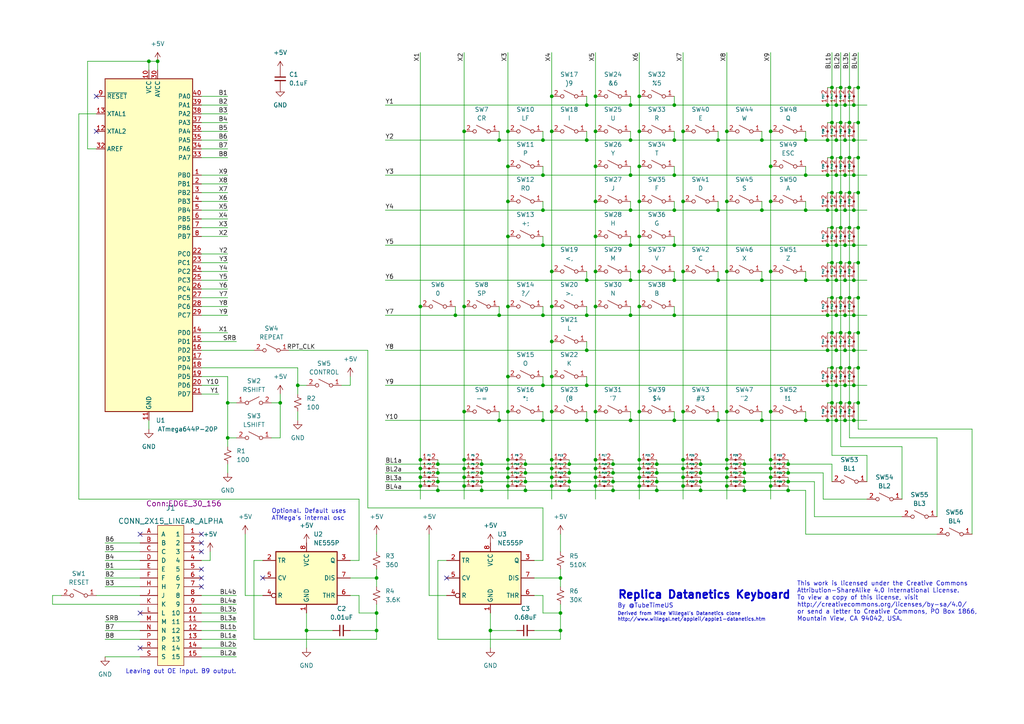
<source format=kicad_sch>
(kicad_sch (version 20211123) (generator eeschema)
  (paper "A4")
  (junction (at 147.32 58.42))
  (junction (at 185.42 119.38))
  (junction (at 210.82 140.97))
  (junction (at 241.3 45.72))
  (junction (at 121.92 88.9))
  (junction (at 195.58 91.44))
  (junction (at 139.7 139.7))
  (junction (at 45.72 17.78))
  (junction (at 248.92 55.88))
  (junction (at 203.2 139.7))
  (junction (at 185.42 27.94))
  (junction (at 147.32 68.58))
  (junction (at 210.82 133.35))
  (junction (at 233.68 40.64))
  (junction (at 247.65 101.6))
  (junction (at 248.92 86.36))
  (junction (at 88.9 182.88))
  (junction (at 172.72 27.94))
  (junction (at 157.48 111.76))
  (junction (at 241.3 106.68))
  (junction (at 198.12 119.38))
  (junction (at 198.12 135.89))
  (junction (at 242.57 121.92))
  (junction (at 195.58 121.92))
  (junction (at 172.72 78.74))
  (junction (at 195.58 50.8))
  (junction (at 245.11 60.96))
  (junction (at 190.5 139.7))
  (junction (at 243.84 106.68))
  (junction (at 247.65 111.76))
  (junction (at 210.82 119.38))
  (junction (at 215.9 142.24))
  (junction (at 245.11 81.28))
  (junction (at 208.28 81.28))
  (junction (at 248.92 35.56))
  (junction (at 160.02 38.1))
  (junction (at 243.84 25.4))
  (junction (at 210.82 78.74))
  (junction (at 198.12 78.74))
  (junction (at 240.03 91.44))
  (junction (at 243.84 96.52))
  (junction (at 246.38 45.72))
  (junction (at 246.38 35.56))
  (junction (at 165.1 139.7))
  (junction (at 185.42 38.1))
  (junction (at 243.84 45.72))
  (junction (at 182.88 30.48))
  (junction (at 172.72 135.89))
  (junction (at 160.02 133.35))
  (junction (at 233.68 121.92))
  (junction (at 247.65 60.96))
  (junction (at 228.6 142.24))
  (junction (at 195.58 60.96))
  (junction (at 162.56 177.8))
  (junction (at 228.6 137.16))
  (junction (at 243.84 86.36))
  (junction (at 215.9 137.16))
  (junction (at 240.03 111.76))
  (junction (at 240.03 101.6))
  (junction (at 170.18 81.28))
  (junction (at 198.12 133.35))
  (junction (at 182.88 81.28))
  (junction (at 233.68 50.8))
  (junction (at 198.12 138.43))
  (junction (at 247.65 40.64))
  (junction (at 182.88 60.96))
  (junction (at 172.72 133.35))
  (junction (at 195.58 71.12))
  (junction (at 195.58 30.48))
  (junction (at 233.68 81.28))
  (junction (at 210.82 38.1))
  (junction (at 203.2 134.62))
  (junction (at 109.22 182.88))
  (junction (at 208.28 40.64))
  (junction (at 240.03 50.8))
  (junction (at 185.42 48.26))
  (junction (at 152.4 137.16))
  (junction (at 177.8 139.7))
  (junction (at 185.42 140.97))
  (junction (at 134.62 133.35))
  (junction (at 243.84 55.88))
  (junction (at 223.52 58.42))
  (junction (at 215.9 134.62))
  (junction (at 223.52 38.1))
  (junction (at 165.1 137.16))
  (junction (at 157.48 71.12))
  (junction (at 172.72 138.43))
  (junction (at 241.3 66.04))
  (junction (at 157.48 121.92))
  (junction (at 245.11 91.44))
  (junction (at 228.6 139.7))
  (junction (at 182.88 91.44))
  (junction (at 208.28 60.96))
  (junction (at 160.02 78.74))
  (junction (at 160.02 27.94))
  (junction (at 147.32 133.35))
  (junction (at 172.72 48.26))
  (junction (at 165.1 142.24))
  (junction (at 220.98 40.64))
  (junction (at 247.65 50.8))
  (junction (at 223.52 140.97))
  (junction (at 242.57 71.12))
  (junction (at 241.3 35.56))
  (junction (at 132.08 91.44))
  (junction (at 242.57 40.64))
  (junction (at 66.04 116.84))
  (junction (at 165.1 134.62))
  (junction (at 160.02 140.97))
  (junction (at 185.42 78.74))
  (junction (at 242.57 91.44))
  (junction (at 134.62 140.97))
  (junction (at 121.92 133.35))
  (junction (at 134.62 135.89))
  (junction (at 248.92 96.52))
  (junction (at 147.32 48.26))
  (junction (at 157.48 60.96))
  (junction (at 248.92 45.72))
  (junction (at 241.3 116.84))
  (junction (at 134.62 119.38))
  (junction (at 152.4 139.7))
  (junction (at 170.18 91.44))
  (junction (at 139.7 134.62))
  (junction (at 198.12 58.42))
  (junction (at 245.11 121.92))
  (junction (at 246.38 86.36))
  (junction (at 172.72 58.42))
  (junction (at 170.18 30.48))
  (junction (at 220.98 81.28))
  (junction (at 66.04 127))
  (junction (at 160.02 135.89))
  (junction (at 121.92 135.89))
  (junction (at 241.3 25.4))
  (junction (at 147.32 109.22))
  (junction (at 185.42 135.89))
  (junction (at 157.48 91.44))
  (junction (at 182.88 71.12))
  (junction (at 147.32 140.97))
  (junction (at 185.42 68.58))
  (junction (at 240.03 71.12))
  (junction (at 245.11 111.76))
  (junction (at 198.12 140.97))
  (junction (at 182.88 50.8))
  (junction (at 157.48 50.8))
  (junction (at 182.88 40.64))
  (junction (at 245.11 50.8))
  (junction (at 134.62 38.1))
  (junction (at 190.5 137.16))
  (junction (at 172.72 88.9))
  (junction (at 172.72 68.58))
  (junction (at 241.3 86.36))
  (junction (at 147.32 135.89))
  (junction (at 142.24 182.88))
  (junction (at 245.11 30.48))
  (junction (at 185.42 58.42))
  (junction (at 134.62 88.9))
  (junction (at 139.7 142.24))
  (junction (at 203.2 137.16))
  (junction (at 246.38 66.04))
  (junction (at 247.65 71.12))
  (junction (at 185.42 133.35))
  (junction (at 223.52 133.35))
  (junction (at 147.32 138.43))
  (junction (at 43.18 17.78))
  (junction (at 144.78 40.64))
  (junction (at 170.18 101.6))
  (junction (at 152.4 142.24))
  (junction (at 248.92 66.04))
  (junction (at 109.22 177.8))
  (junction (at 109.22 167.64))
  (junction (at 190.5 134.62))
  (junction (at 243.84 76.2))
  (junction (at 182.88 121.92))
  (junction (at 215.9 139.7))
  (junction (at 245.11 40.64))
  (junction (at 203.2 142.24))
  (junction (at 240.03 121.92))
  (junction (at 223.52 48.26))
  (junction (at 81.28 116.84))
  (junction (at 240.03 40.64))
  (junction (at 210.82 135.89))
  (junction (at 245.11 71.12))
  (junction (at 160.02 138.43))
  (junction (at 220.98 121.92))
  (junction (at 198.12 38.1))
  (junction (at 160.02 88.9))
  (junction (at 190.5 142.24))
  (junction (at 241.3 55.88))
  (junction (at 127 139.7))
  (junction (at 134.62 138.43))
  (junction (at 243.84 66.04))
  (junction (at 147.32 119.38))
  (junction (at 177.8 137.16))
  (junction (at 223.52 119.38))
  (junction (at 185.42 88.9))
  (junction (at 144.78 121.92))
  (junction (at 160.02 119.38))
  (junction (at 247.65 81.28))
  (junction (at 177.8 142.24))
  (junction (at 185.42 138.43))
  (junction (at 223.52 78.74))
  (junction (at 246.38 116.84))
  (junction (at 127 137.16))
  (junction (at 242.57 60.96))
  (junction (at 241.3 76.2))
  (junction (at 172.72 38.1))
  (junction (at 86.36 111.76))
  (junction (at 240.03 81.28))
  (junction (at 240.03 60.96))
  (junction (at 248.92 76.2))
  (junction (at 157.48 40.64))
  (junction (at 233.68 60.96))
  (junction (at 152.4 134.62))
  (junction (at 240.03 30.48))
  (junction (at 121.92 140.97))
  (junction (at 162.56 167.64))
  (junction (at 242.57 101.6))
  (junction (at 223.52 138.43))
  (junction (at 121.92 138.43))
  (junction (at 228.6 134.62))
  (junction (at 223.52 135.89))
  (junction (at 160.02 109.22))
  (junction (at 241.3 96.52))
  (junction (at 220.98 60.96))
  (junction (at 210.82 138.43))
  (junction (at 246.38 106.68))
  (junction (at 248.92 116.84))
  (junction (at 177.8 134.62))
  (junction (at 195.58 40.64))
  (junction (at 242.57 111.76))
  (junction (at 195.58 81.28))
  (junction (at 248.92 106.68))
  (junction (at 242.57 30.48))
  (junction (at 242.57 50.8))
  (junction (at 210.82 58.42))
  (junction (at 246.38 76.2))
  (junction (at 147.32 38.1))
  (junction (at 242.57 81.28))
  (junction (at 170.18 111.76))
  (junction (at 127 142.24))
  (junction (at 147.32 88.9))
  (junction (at 162.56 182.88))
  (junction (at 248.92 25.4))
  (junction (at 246.38 96.52))
  (junction (at 246.38 25.4))
  (junction (at 246.38 55.88))
  (junction (at 247.65 121.92))
  (junction (at 245.11 101.6))
  (junction (at 170.18 40.64))
  (junction (at 208.28 121.92))
  (junction (at 243.84 116.84))
  (junction (at 127 134.62))
  (junction (at 170.18 121.92))
  (junction (at 172.72 119.38))
  (junction (at 247.65 30.48))
  (junction (at 139.7 137.16))
  (junction (at 144.78 91.44))
  (junction (at 247.65 91.44))
  (junction (at 243.84 35.56))
  (junction (at 172.72 140.97))
  (junction (at 160.02 99.06))
  (no_connect (at 27.94 38.1))
  (no_connect (at 76.2 167.64))
  (no_connect (at 27.94 27.94))
  (no_connect (at 40.64 177.8))
  (no_connect (at 40.64 154.94))
  (no_connect (at 129.54 167.64))
  (no_connect (at 58.42 170.18))
  (no_connect (at 58.42 160.02))
  (no_connect (at 58.42 154.94))
  (no_connect (at 58.42 157.48))
  (no_connect (at 58.42 165.1))
  (no_connect (at 58.42 167.64))
  (no_connect (at 40.64 187.96))
  (wire (pts (xy 210.82 78.74) (xy 210.82 119.38)))
  (wire (pts (xy 271.78 127) (xy 271.78 149.86)))
  (wire (pts (xy 170.18 109.22) (xy 170.18 111.76)))
  (wire (pts (xy 88.9 182.88) (xy 88.9 177.8)))
  (wire (pts (xy 245.11 50.8) (xy 247.65 50.8)))
  (wire (pts (xy 240.03 25.4) (xy 241.3 25.4)))
  (wire (pts (xy 58.42 111.76) (xy 63.5 111.76)))
  (wire (pts (xy 203.2 134.62) (xy 215.9 134.62)))
  (wire (pts (xy 121.92 140.97) (xy 121.92 144.78)))
  (wire (pts (xy 58.42 40.64) (xy 66.04 40.64)))
  (wire (pts (xy 111.76 142.24) (xy 127 142.24)))
  (wire (pts (xy 195.58 60.96) (xy 208.28 60.96)))
  (wire (pts (xy 208.28 81.28) (xy 220.98 81.28)))
  (wire (pts (xy 157.48 38.1) (xy 157.48 40.64)))
  (wire (pts (xy 58.42 45.72) (xy 66.04 45.72)))
  (wire (pts (xy 147.32 109.22) (xy 147.32 119.38)))
  (wire (pts (xy 162.56 185.42) (xy 162.56 182.88)))
  (wire (pts (xy 242.57 60.96) (xy 245.11 60.96)))
  (wire (pts (xy 247.65 45.72) (xy 248.92 45.72)))
  (wire (pts (xy 157.48 119.38) (xy 157.48 121.92)))
  (wire (pts (xy 245.11 60.96) (xy 247.65 60.96)))
  (wire (pts (xy 157.48 48.26) (xy 157.48 50.8)))
  (wire (pts (xy 242.57 101.6) (xy 245.11 101.6)))
  (wire (pts (xy 215.9 133.35) (xy 215.9 134.62)))
  (wire (pts (xy 68.58 116.84) (xy 66.04 116.84)))
  (wire (pts (xy 240.03 40.64) (xy 242.57 40.64)))
  (wire (pts (xy 248.92 106.68) (xy 248.92 116.84)))
  (wire (pts (xy 215.9 137.16) (xy 228.6 137.16)))
  (wire (pts (xy 223.52 138.43) (xy 223.52 140.97)))
  (wire (pts (xy 139.7 137.16) (xy 152.4 137.16)))
  (wire (pts (xy 58.42 66.04) (xy 66.04 66.04)))
  (wire (pts (xy 170.18 91.44) (xy 182.88 91.44)))
  (wire (pts (xy 247.65 30.48) (xy 251.46 30.48)))
  (wire (pts (xy 245.11 30.48) (xy 247.65 30.48)))
  (wire (pts (xy 251.46 144.78) (xy 238.76 144.78)))
  (wire (pts (xy 195.58 48.26) (xy 195.58 50.8)))
  (wire (pts (xy 247.65 25.4) (xy 248.92 25.4)))
  (wire (pts (xy 185.42 88.9) (xy 185.42 119.38)))
  (wire (pts (xy 233.68 119.38) (xy 233.68 121.92)))
  (wire (pts (xy 30.48 160.02) (xy 40.64 160.02)))
  (wire (pts (xy 177.8 139.7) (xy 190.5 139.7)))
  (wire (pts (xy 27.94 172.72) (xy 40.64 172.72)))
  (wire (pts (xy 210.82 38.1) (xy 210.82 58.42)))
  (wire (pts (xy 241.3 66.04) (xy 241.3 76.2)))
  (wire (pts (xy 58.42 73.66) (xy 66.04 73.66)))
  (wire (pts (xy 182.88 48.26) (xy 182.88 50.8)))
  (wire (pts (xy 245.11 35.56) (xy 246.38 35.56)))
  (wire (pts (xy 223.52 58.42) (xy 223.52 78.74)))
  (wire (pts (xy 170.18 78.74) (xy 170.18 81.28)))
  (wire (pts (xy 203.2 139.7) (xy 215.9 139.7)))
  (wire (pts (xy 30.48 180.34) (xy 40.64 180.34)))
  (wire (pts (xy 242.57 71.12) (xy 245.11 71.12)))
  (wire (pts (xy 240.03 111.76) (xy 242.57 111.76)))
  (wire (pts (xy 242.57 50.8) (xy 245.11 50.8)))
  (wire (pts (xy 233.68 38.1) (xy 233.68 40.64)))
  (wire (pts (xy 247.65 50.8) (xy 251.46 50.8)))
  (wire (pts (xy 247.65 86.36) (xy 248.92 86.36)))
  (wire (pts (xy 240.03 76.2) (xy 241.3 76.2)))
  (wire (pts (xy 111.76 91.44) (xy 132.08 91.44)))
  (wire (pts (xy 281.94 124.46) (xy 281.94 154.94)))
  (wire (pts (xy 144.78 88.9) (xy 144.78 91.44)))
  (wire (pts (xy 66.04 134.62) (xy 66.04 137.16)))
  (wire (pts (xy 198.12 38.1) (xy 198.12 58.42)))
  (wire (pts (xy 241.3 25.4) (xy 241.3 35.56)))
  (wire (pts (xy 134.62 140.97) (xy 134.62 144.78)))
  (wire (pts (xy 172.72 27.94) (xy 172.72 38.1)))
  (wire (pts (xy 240.03 35.56) (xy 241.3 35.56)))
  (wire (pts (xy 139.7 140.97) (xy 139.7 142.24)))
  (wire (pts (xy 185.42 27.94) (xy 185.42 38.1)))
  (wire (pts (xy 208.28 78.74) (xy 208.28 81.28)))
  (wire (pts (xy 246.38 116.84) (xy 246.38 127)))
  (wire (pts (xy 157.48 91.44) (xy 170.18 91.44)))
  (wire (pts (xy 170.18 119.38) (xy 170.18 121.92)))
  (wire (pts (xy 240.03 91.44) (xy 242.57 91.44)))
  (wire (pts (xy 165.1 138.43) (xy 165.1 139.7)))
  (wire (pts (xy 127 133.35) (xy 127 134.62)))
  (wire (pts (xy 66.04 127) (xy 66.04 129.54)))
  (wire (pts (xy 233.68 154.94) (xy 271.78 154.94)))
  (wire (pts (xy 139.7 133.35) (xy 139.7 134.62)))
  (wire (pts (xy 172.72 38.1) (xy 172.72 48.26)))
  (wire (pts (xy 247.65 55.88) (xy 248.92 55.88)))
  (wire (pts (xy 147.32 88.9) (xy 147.32 109.22)))
  (wire (pts (xy 152.4 138.43) (xy 152.4 139.7)))
  (wire (pts (xy 210.82 138.43) (xy 210.82 140.97)))
  (wire (pts (xy 71.12 154.94) (xy 71.12 172.72)))
  (wire (pts (xy 157.48 40.64) (xy 170.18 40.64)))
  (wire (pts (xy 127 134.62) (xy 139.7 134.62)))
  (wire (pts (xy 30.48 190.5) (xy 40.64 190.5)))
  (wire (pts (xy 242.57 66.04) (xy 243.84 66.04)))
  (wire (pts (xy 73.66 185.42) (xy 109.22 185.42)))
  (wire (pts (xy 157.48 71.12) (xy 182.88 71.12)))
  (wire (pts (xy 157.48 177.8) (xy 157.48 172.72)))
  (wire (pts (xy 245.11 66.04) (xy 246.38 66.04)))
  (wire (pts (xy 58.42 182.88) (xy 68.58 182.88)))
  (wire (pts (xy 78.74 116.84) (xy 81.28 116.84)))
  (wire (pts (xy 245.11 71.12) (xy 247.65 71.12)))
  (wire (pts (xy 58.42 63.5) (xy 66.04 63.5)))
  (wire (pts (xy 134.62 38.1) (xy 134.62 88.9)))
  (wire (pts (xy 245.11 55.88) (xy 246.38 55.88)))
  (wire (pts (xy 195.58 50.8) (xy 233.68 50.8)))
  (wire (pts (xy 165.1 137.16) (xy 177.8 137.16)))
  (wire (pts (xy 144.78 91.44) (xy 157.48 91.44)))
  (wire (pts (xy 195.58 27.94) (xy 195.58 30.48)))
  (wire (pts (xy 233.68 78.74) (xy 233.68 81.28)))
  (wire (pts (xy 228.6 135.89) (xy 228.6 137.16)))
  (wire (pts (xy 241.3 116.84) (xy 241.3 132.08)))
  (wire (pts (xy 247.65 111.76) (xy 251.46 111.76)))
  (wire (pts (xy 152.4 139.7) (xy 165.1 139.7)))
  (wire (pts (xy 76.2 172.72) (xy 71.12 172.72)))
  (wire (pts (xy 104.14 144.78) (xy 104.14 162.56)))
  (wire (pts (xy 185.42 119.38) (xy 185.42 133.35)))
  (wire (pts (xy 30.48 170.18) (xy 40.64 170.18)))
  (wire (pts (xy 246.38 15.24) (xy 246.38 25.4)))
  (wire (pts (xy 86.36 111.76) (xy 88.9 111.76)))
  (wire (pts (xy 162.56 182.88) (xy 162.56 177.8)))
  (wire (pts (xy 242.57 55.88) (xy 243.84 55.88)))
  (wire (pts (xy 245.11 40.64) (xy 247.65 40.64)))
  (wire (pts (xy 247.65 40.64) (xy 251.46 40.64)))
  (wire (pts (xy 246.38 35.56) (xy 246.38 45.72)))
  (wire (pts (xy 165.1 135.89) (xy 165.1 137.16)))
  (wire (pts (xy 162.56 175.26) (xy 162.56 177.8)))
  (wire (pts (xy 240.03 50.8) (xy 242.57 50.8)))
  (wire (pts (xy 208.28 60.96) (xy 220.98 60.96)))
  (wire (pts (xy 165.1 140.97) (xy 165.1 142.24)))
  (wire (pts (xy 101.6 182.88) (xy 109.22 182.88)))
  (wire (pts (xy 58.42 109.22) (xy 66.04 109.22)))
  (wire (pts (xy 162.56 154.94) (xy 162.56 160.02)))
  (wire (pts (xy 246.38 96.52) (xy 246.38 106.68)))
  (wire (pts (xy 220.98 81.28) (xy 233.68 81.28)))
  (wire (pts (xy 86.36 119.38) (xy 86.36 121.92)))
  (wire (pts (xy 198.12 140.97) (xy 198.12 144.78)))
  (wire (pts (xy 88.9 187.96) (xy 88.9 182.88)))
  (wire (pts (xy 30.48 162.56) (xy 40.64 162.56)))
  (wire (pts (xy 246.38 86.36) (xy 246.38 96.52)))
  (wire (pts (xy 242.57 86.36) (xy 243.84 86.36)))
  (wire (pts (xy 242.57 111.76) (xy 245.11 111.76)))
  (wire (pts (xy 182.88 71.12) (xy 195.58 71.12)))
  (wire (pts (xy 147.32 68.58) (xy 147.32 88.9)))
  (wire (pts (xy 162.56 165.1) (xy 162.56 167.64)))
  (wire (pts (xy 198.12 78.74) (xy 198.12 119.38)))
  (wire (pts (xy 58.42 83.82) (xy 66.04 83.82)))
  (wire (pts (xy 111.76 30.48) (xy 170.18 30.48)))
  (wire (pts (xy 241.3 45.72) (xy 241.3 55.88)))
  (wire (pts (xy 127 185.42) (xy 162.56 185.42)))
  (wire (pts (xy 177.8 133.35) (xy 177.8 134.62)))
  (wire (pts (xy 127 138.43) (xy 127 139.7)))
  (wire (pts (xy 99.06 111.76) (xy 101.6 111.76)))
  (wire (pts (xy 243.84 76.2) (xy 243.84 86.36)))
  (wire (pts (xy 144.78 40.64) (xy 157.48 40.64)))
  (wire (pts (xy 127 135.89) (xy 127 137.16)))
  (wire (pts (xy 66.04 109.22) (xy 66.04 116.84)))
  (wire (pts (xy 43.18 121.92) (xy 43.18 124.46)))
  (wire (pts (xy 22.86 144.78) (xy 104.14 144.78)))
  (wire (pts (xy 185.42 138.43) (xy 185.42 140.97)))
  (wire (pts (xy 147.32 133.35) (xy 147.32 135.89)))
  (wire (pts (xy 246.38 25.4) (xy 246.38 35.56)))
  (wire (pts (xy 182.88 81.28) (xy 195.58 81.28)))
  (wire (pts (xy 236.22 139.7) (xy 236.22 149.86)))
  (wire (pts (xy 247.65 71.12) (xy 251.46 71.12)))
  (wire (pts (xy 58.42 175.26) (xy 68.58 175.26)))
  (wire (pts (xy 58.42 76.2) (xy 66.04 76.2)))
  (wire (pts (xy 58.42 177.8) (xy 68.58 177.8)))
  (wire (pts (xy 243.84 66.04) (xy 243.84 76.2)))
  (wire (pts (xy 152.4 133.35) (xy 152.4 134.62)))
  (wire (pts (xy 25.4 17.78) (xy 43.18 17.78)))
  (wire (pts (xy 203.2 140.97) (xy 203.2 142.24)))
  (wire (pts (xy 243.84 106.68) (xy 243.84 116.84)))
  (wire (pts (xy 185.42 140.97) (xy 185.42 144.78)))
  (wire (pts (xy 144.78 119.38) (xy 144.78 121.92)))
  (wire (pts (xy 210.82 140.97) (xy 210.82 144.78)))
  (wire (pts (xy 198.12 135.89) (xy 198.12 138.43)))
  (wire (pts (xy 142.24 187.96) (xy 142.24 182.88)))
  (wire (pts (xy 170.18 27.94) (xy 170.18 30.48)))
  (wire (pts (xy 243.84 55.88) (xy 243.84 66.04)))
  (wire (pts (xy 242.57 25.4) (xy 243.84 25.4)))
  (wire (pts (xy 190.5 142.24) (xy 203.2 142.24)))
  (wire (pts (xy 236.22 149.86) (xy 261.62 149.86)))
  (wire (pts (xy 185.42 48.26) (xy 185.42 58.42)))
  (wire (pts (xy 58.42 99.06) (xy 68.58 99.06)))
  (wire (pts (xy 58.42 180.34) (xy 68.58 180.34)))
  (wire (pts (xy 172.72 133.35) (xy 172.72 135.89)))
  (wire (pts (xy 27.94 43.18) (xy 25.4 43.18)))
  (wire (pts (xy 139.7 138.43) (xy 139.7 139.7)))
  (wire (pts (xy 243.84 116.84) (xy 243.84 129.54)))
  (wire (pts (xy 195.58 71.12) (xy 240.03 71.12)))
  (wire (pts (xy 58.42 81.28) (xy 66.04 81.28)))
  (wire (pts (xy 152.4 140.97) (xy 152.4 142.24)))
  (wire (pts (xy 240.03 101.6) (xy 242.57 101.6)))
  (wire (pts (xy 190.5 138.43) (xy 190.5 139.7)))
  (wire (pts (xy 243.84 129.54) (xy 261.62 129.54)))
  (wire (pts (xy 127 137.16) (xy 139.7 137.16)))
  (wire (pts (xy 66.04 127) (xy 68.58 127)))
  (wire (pts (xy 185.42 38.1) (xy 185.42 48.26)))
  (wire (pts (xy 152.4 137.16) (xy 165.1 137.16)))
  (wire (pts (xy 58.42 30.48) (xy 66.04 30.48)))
  (wire (pts (xy 223.52 15.24) (xy 223.52 38.1)))
  (wire (pts (xy 111.76 81.28) (xy 170.18 81.28)))
  (wire (pts (xy 241.3 106.68) (xy 241.3 116.84)))
  (wire (pts (xy 238.76 144.78) (xy 238.76 137.16)))
  (wire (pts (xy 233.68 60.96) (xy 240.03 60.96)))
  (wire (pts (xy 132.08 91.44) (xy 144.78 91.44)))
  (wire (pts (xy 248.92 86.36) (xy 248.92 96.52)))
  (wire (pts (xy 58.42 106.68) (xy 86.36 106.68)))
  (wire (pts (xy 58.42 86.36) (xy 66.04 86.36)))
  (wire (pts (xy 157.48 58.42) (xy 157.48 60.96)))
  (wire (pts (xy 245.11 81.28) (xy 247.65 81.28)))
  (wire (pts (xy 101.6 109.22) (xy 101.6 111.76)))
  (wire (pts (xy 142.24 182.88) (xy 149.86 182.88)))
  (wire (pts (xy 30.48 157.48) (xy 40.64 157.48)))
  (wire (pts (xy 233.68 48.26) (xy 233.68 50.8)))
  (wire (pts (xy 243.84 96.52) (xy 243.84 106.68)))
  (wire (pts (xy 203.2 135.89) (xy 203.2 137.16)))
  (wire (pts (xy 111.76 71.12) (xy 157.48 71.12)))
  (wire (pts (xy 182.88 78.74) (xy 182.88 81.28)))
  (wire (pts (xy 195.58 91.44) (xy 240.03 91.44)))
  (wire (pts (xy 248.92 55.88) (xy 248.92 66.04)))
  (wire (pts (xy 121.92 133.35) (xy 121.92 135.89)))
  (wire (pts (xy 58.42 101.6) (xy 73.66 101.6)))
  (wire (pts (xy 165.1 134.62) (xy 177.8 134.62)))
  (wire (pts (xy 73.66 162.56) (xy 73.66 185.42)))
  (wire (pts (xy 215.9 134.62) (xy 228.6 134.62)))
  (wire (pts (xy 27.94 33.02) (xy 22.86 33.02)))
  (wire (pts (xy 241.3 35.56) (xy 241.3 45.72)))
  (wire (pts (xy 147.32 138.43) (xy 147.32 140.97)))
  (wire (pts (xy 247.65 60.96) (xy 251.46 60.96)))
  (wire (pts (xy 134.62 15.24) (xy 134.62 38.1)))
  (wire (pts (xy 109.22 175.26) (xy 109.22 177.8)))
  (wire (pts (xy 248.92 15.24) (xy 248.92 25.4)))
  (wire (pts (xy 111.76 121.92) (xy 144.78 121.92)))
  (wire (pts (xy 243.84 25.4) (xy 243.84 35.56)))
  (wire (pts (xy 245.11 91.44) (xy 247.65 91.44)))
  (wire (pts (xy 30.48 165.1) (xy 40.64 165.1)))
  (wire (pts (xy 121.92 15.24) (xy 121.92 88.9)))
  (wire (pts (xy 30.48 185.42) (xy 40.64 185.42)))
  (wire (pts (xy 247.65 106.68) (xy 248.92 106.68)))
  (wire (pts (xy 177.8 137.16) (xy 190.5 137.16)))
  (wire (pts (xy 203.2 137.16) (xy 215.9 137.16)))
  (wire (pts (xy 220.98 58.42) (xy 220.98 60.96)))
  (wire (pts (xy 223.52 119.38) (xy 223.52 133.35)))
  (wire (pts (xy 195.58 88.9) (xy 195.58 91.44)))
  (wire (pts (xy 195.58 30.48) (xy 240.03 30.48)))
  (wire (pts (xy 170.18 81.28) (xy 182.88 81.28)))
  (wire (pts (xy 177.8 134.62) (xy 190.5 134.62)))
  (wire (pts (xy 208.28 40.64) (xy 220.98 40.64)))
  (wire (pts (xy 58.42 185.42) (xy 68.58 185.42)))
  (wire (pts (xy 111.76 101.6) (xy 170.18 101.6)))
  (wire (pts (xy 154.94 167.64) (xy 162.56 167.64)))
  (wire (pts (xy 241.3 86.36) (xy 241.3 96.52)))
  (wire (pts (xy 101.6 172.72) (xy 104.14 172.72)))
  (wire (pts (xy 247.65 76.2) (xy 248.92 76.2)))
  (wire (pts (xy 182.88 30.48) (xy 195.58 30.48)))
  (wire (pts (xy 157.48 68.58) (xy 157.48 71.12)))
  (wire (pts (xy 127 142.24) (xy 139.7 142.24)))
  (wire (pts (xy 177.8 142.24) (xy 190.5 142.24)))
  (wire (pts (xy 172.72 58.42) (xy 172.72 68.58)))
  (wire (pts (xy 242.57 45.72) (xy 243.84 45.72)))
  (wire (pts (xy 109.22 177.8) (xy 104.14 177.8)))
  (wire (pts (xy 242.57 40.64) (xy 245.11 40.64)))
  (wire (pts (xy 30.48 167.64) (xy 40.64 167.64)))
  (wire (pts (xy 233.68 50.8) (xy 240.03 50.8)))
  (wire (pts (xy 157.48 147.32) (xy 157.48 162.56)))
  (wire (pts (xy 246.38 106.68) (xy 246.38 116.84)))
  (wire (pts (xy 83.82 101.6) (xy 106.68 101.6)))
  (wire (pts (xy 185.42 78.74) (xy 185.42 88.9)))
  (wire (pts (xy 160.02 99.06) (xy 160.02 109.22)))
  (wire (pts (xy 228.6 133.35) (xy 228.6 134.62)))
  (wire (pts (xy 147.32 119.38) (xy 147.32 133.35)))
  (wire (pts (xy 243.84 45.72) (xy 243.84 55.88)))
  (wire (pts (xy 245.11 76.2) (xy 246.38 76.2)))
  (wire (pts (xy 152.4 135.89) (xy 152.4 137.16)))
  (wire (pts (xy 58.42 60.96) (xy 66.04 60.96)))
  (wire (pts (xy 160.02 27.94) (xy 160.02 38.1)))
  (wire (pts (xy 144.78 121.92) (xy 157.48 121.92)))
  (wire (pts (xy 147.32 135.89) (xy 147.32 138.43)))
  (wire (pts (xy 190.5 133.35) (xy 190.5 134.62)))
  (wire (pts (xy 223.52 135.89) (xy 223.52 138.43)))
  (wire (pts (xy 134.62 138.43) (xy 134.62 140.97)))
  (wire (pts (xy 177.8 138.43) (xy 177.8 139.7)))
  (wire (pts (xy 240.03 121.92) (xy 242.57 121.92)))
  (wire (pts (xy 144.78 38.1) (xy 144.78 40.64)))
  (wire (pts (xy 160.02 140.97) (xy 160.02 144.78)))
  (wire (pts (xy 154.94 172.72) (xy 157.48 172.72)))
  (wire (pts (xy 240.03 45.72) (xy 241.3 45.72)))
  (wire (pts (xy 195.58 40.64) (xy 208.28 40.64)))
  (wire (pts (xy 240.03 55.88) (xy 241.3 55.88)))
  (wire (pts (xy 45.72 20.32) (xy 45.72 17.78)))
  (wire (pts (xy 247.65 66.04) (xy 248.92 66.04)))
  (wire (pts (xy 220.98 38.1) (xy 220.98 40.64)))
  (wire (pts (xy 121.92 88.9) (xy 121.92 133.35)))
  (wire (pts (xy 198.12 138.43) (xy 198.12 140.97)))
  (wire (pts (xy 106.68 147.32) (xy 157.48 147.32)))
  (wire (pts (xy 241.3 96.52) (xy 241.3 106.68)))
  (wire (pts (xy 170.18 88.9) (xy 170.18 91.44)))
  (wire (pts (xy 162.56 167.64) (xy 162.56 170.18)))
  (wire (pts (xy 81.28 116.84) (xy 81.28 127)))
  (wire (pts (xy 58.42 114.3) (xy 63.5 114.3)))
  (wire (pts (xy 251.46 132.08) (xy 251.46 139.7)))
  (wire (pts (xy 220.98 119.38) (xy 220.98 121.92)))
  (wire (pts (xy 198.12 133.35) (xy 198.12 135.89)))
  (wire (pts (xy 248.92 96.52) (xy 248.92 106.68)))
  (wire (pts (xy 58.42 162.56) (xy 60.96 162.56)))
  (wire (pts (xy 240.03 86.36) (xy 241.3 86.36)))
  (wire (pts (xy 111.76 50.8) (xy 157.48 50.8)))
  (wire (pts (xy 157.48 50.8) (xy 182.88 50.8)))
  (wire (pts (xy 210.82 135.89) (xy 210.82 138.43)))
  (wire (pts (xy 248.92 35.56) (xy 248.92 45.72)))
  (wire (pts (xy 76.2 162.56) (xy 73.66 162.56)))
  (wire (pts (xy 247.65 101.6) (xy 251.46 101.6)))
  (wire (pts (xy 170.18 30.48) (xy 182.88 30.48)))
  (wire (pts (xy 157.48 60.96) (xy 182.88 60.96)))
  (wire (pts (xy 88.9 182.88) (xy 96.52 182.88)))
  (wire (pts (xy 185.42 68.58) (xy 185.42 78.74)))
  (wire (pts (xy 242.57 81.28) (xy 245.11 81.28)))
  (wire (pts (xy 248.92 116.84) (xy 248.92 124.46)))
  (wire (pts (xy 208.28 121.92) (xy 220.98 121.92)))
  (wire (pts (xy 182.88 68.58) (xy 182.88 71.12)))
  (wire (pts (xy 245.11 45.72) (xy 246.38 45.72)))
  (wire (pts (xy 242.57 96.52) (xy 243.84 96.52)))
  (wire (pts (xy 162.56 177.8) (xy 157.48 177.8)))
  (wire (pts (xy 129.54 172.72) (xy 124.46 172.72)))
  (wire (pts (xy 241.3 134.62) (xy 241.3 139.7)))
  (wire (pts (xy 240.03 116.84) (xy 241.3 116.84)))
  (wire (pts (xy 134.62 135.89) (xy 134.62 138.43)))
  (wire (pts (xy 111.76 40.64) (xy 144.78 40.64)))
  (wire (pts (xy 45.72 17.78) (xy 43.18 17.78)))
  (wire (pts (xy 242.57 116.84) (xy 243.84 116.84)))
  (wire (pts (xy 220.98 78.74) (xy 220.98 81.28)))
  (wire (pts (xy 210.82 15.24) (xy 210.82 38.1)))
  (wire (pts (xy 182.88 58.42) (xy 182.88 60.96)))
  (wire (pts (xy 139.7 134.62) (xy 152.4 134.62)))
  (wire (pts (xy 139.7 139.7) (xy 152.4 139.7)))
  (wire (pts (xy 223.52 140.97) (xy 223.52 144.78)))
  (wire (pts (xy 160.02 15.24) (xy 160.02 27.94)))
  (wire (pts (xy 147.32 15.24) (xy 147.32 38.1)))
  (wire (pts (xy 248.92 25.4) (xy 248.92 35.56)))
  (wire (pts (xy 246.38 66.04) (xy 246.38 76.2)))
  (wire (pts (xy 172.72 15.24) (xy 172.72 27.94)))
  (wire (pts (xy 198.12 15.24) (xy 198.12 38.1)))
  (wire (pts (xy 109.22 165.1) (xy 109.22 167.64)))
  (wire (pts (xy 134.62 133.35) (xy 134.62 135.89)))
  (wire (pts (xy 124.46 154.94) (xy 124.46 172.72)))
  (wire (pts (xy 243.84 35.56) (xy 243.84 45.72)))
  (wire (pts (xy 66.04 116.84) (xy 66.04 127)))
  (wire (pts (xy 240.03 60.96) (xy 242.57 60.96)))
  (wire (pts (xy 233.68 142.24) (xy 233.68 154.94)))
  (wire (pts (xy 243.84 15.24) (xy 243.84 25.4)))
  (wire (pts (xy 160.02 88.9) (xy 160.02 99.06)))
  (wire (pts (xy 245.11 106.68) (xy 246.38 106.68)))
  (wire (pts (xy 58.42 68.58) (xy 66.04 68.58)))
  (wire (pts (xy 111.76 134.62) (xy 127 134.62)))
  (wire (pts (xy 58.42 50.8) (xy 66.04 50.8)))
  (wire (pts (xy 109.22 167.64) (xy 109.22 170.18)))
  (wire (pts (xy 111.76 111.76) (xy 157.48 111.76)))
  (wire (pts (xy 185.42 133.35) (xy 185.42 135.89)))
  (wire (pts (xy 242.57 35.56) (xy 243.84 35.56)))
  (wire (pts (xy 157.48 88.9) (xy 157.48 91.44)))
  (wire (pts (xy 223.52 78.74) (xy 223.52 119.38)))
  (wire (pts (xy 154.94 162.56) (xy 157.48 162.56)))
  (wire (pts (xy 160.02 135.89) (xy 160.02 138.43)))
  (wire (pts (xy 160.02 109.22) (xy 160.02 119.38)))
  (wire (pts (xy 190.5 134.62) (xy 203.2 134.62)))
  (wire (pts (xy 220.98 40.64) (xy 233.68 40.64)))
  (wire (pts (xy 157.48 121.92) (xy 170.18 121.92)))
  (wire (pts (xy 210.82 119.38) (xy 210.82 133.35)))
  (wire (pts (xy 195.58 81.28) (xy 208.28 81.28)))
  (wire (pts (xy 109.22 185.42) (xy 109.22 182.88)))
  (wire (pts (xy 247.65 121.92) (xy 251.46 121.92)))
  (wire (pts (xy 30.48 182.88) (xy 40.64 182.88)))
  (wire (pts (xy 215.9 135.89) (xy 215.9 137.16)))
  (wire (pts (xy 132.08 88.9) (xy 132.08 91.44)))
  (wire (pts (xy 172.72 78.74) (xy 172.72 88.9)))
  (wire (pts (xy 182.88 88.9) (xy 182.88 91.44)))
  (wire (pts (xy 233.68 40.64) (xy 240.03 40.64)))
  (wire (pts (xy 215.9 139.7) (xy 228.6 139.7)))
  (wire (pts (xy 170.18 101.6) (xy 240.03 101.6)))
  (wire (pts (xy 182.88 27.94) (xy 182.88 30.48)))
  (wire (pts (xy 242.57 30.48) (xy 245.11 30.48)))
  (wire (pts (xy 43.18 17.78) (xy 43.18 20.32)))
  (wire (pts (xy 127 162.56) (xy 127 185.42)))
  (wire (pts (xy 195.58 121.92) (xy 208.28 121.92)))
  (wire (pts (xy 245.11 121.92) (xy 247.65 121.92)))
  (wire (pts (xy 58.42 38.1) (xy 66.04 38.1)))
  (wire (pts (xy 58.42 172.72) (xy 68.58 172.72)))
  (wire (pts (xy 58.42 53.34) (xy 66.04 53.34)))
  (wire (pts (xy 185.42 15.24) (xy 185.42 27.94)))
  (wire (pts (xy 248.92 124.46) (xy 281.94 124.46)))
  (wire (pts (xy 210.82 133.35) (xy 210.82 135.89)))
  (wire (pts (xy 157.48 111.76) (xy 170.18 111.76)))
  (wire (pts (xy 58.42 187.96) (xy 68.58 187.96)))
  (wire (pts (xy 203.2 133.35) (xy 203.2 134.62)))
  (wire (pts (xy 198.12 58.42) (xy 198.12 78.74)))
  (wire (pts (xy 223.52 38.1) (xy 223.52 48.26)))
  (wire (pts (xy 247.65 116.84) (xy 248.92 116.84)))
  (wire (pts (xy 208.28 58.42) (xy 208.28 60.96)))
  (wire (pts (xy 81.28 114.3) (xy 81.28 116.84)))
  (wire (pts (xy 228.6 138.43) (xy 228.6 139.7)))
  (wire (pts (xy 228.6 142.24) (xy 233.68 142.24)))
  (wire (pts (xy 242.57 121.92) (xy 245.11 121.92)))
  (wire (pts (xy 170.18 40.64) (xy 182.88 40.64)))
  (wire (pts (xy 172.72 135.89) (xy 172.72 138.43)))
  (wire (pts (xy 165.1 142.24) (xy 177.8 142.24)))
  (wire (pts (xy 177.8 135.89) (xy 177.8 137.16)))
  (wire (pts (xy 58.42 88.9) (xy 66.04 88.9)))
  (wire (pts (xy 233.68 81.28) (xy 240.03 81.28)))
  (wire (pts (xy 190.5 135.89) (xy 190.5 137.16)))
  (wire (pts (xy 240.03 81.28) (xy 242.57 81.28)))
  (wire (pts (xy 233.68 121.92) (xy 240.03 121.92)))
  (wire (pts (xy 220.98 121.92) (xy 233.68 121.92)))
  (wire (pts (xy 210.82 58.42) (xy 210.82 78.74)))
  (wire (pts (xy 261.62 129.54) (xy 261.62 144.78)))
  (wire (pts (xy 172.72 138.43) (xy 172.72 140.97)))
  (wire (pts (xy 58.42 58.42) (xy 66.04 58.42)))
  (wire (pts (xy 152.4 142.24) (xy 165.1 142.24)))
  (wire (pts (xy 160.02 138.43) (xy 160.02 140.97)))
  (wire (pts (xy 240.03 30.48) (xy 242.57 30.48)))
  (wire (pts (xy 245.11 101.6) (xy 247.65 101.6)))
  (wire (pts (xy 228.6 140.97) (xy 228.6 142.24)))
  (wire (pts (xy 245.11 116.84) (xy 246.38 116.84)))
  (wire (pts (xy 182.88 119.38) (xy 182.88 121.92)))
  (wire (pts (xy 58.42 78.74) (xy 66.04 78.74)))
  (wire (pts (xy 22.86 33.02) (xy 22.86 144.78)))
  (wire (pts (xy 190.5 137.16) (xy 203.2 137.16)))
  (wire (pts (xy 170.18 111.76) (xy 240.03 111.76)))
  (wire (pts (xy 242.57 106.68) (xy 243.84 106.68)))
  (wire (pts (xy 245.11 25.4) (xy 246.38 25.4)))
  (wire (pts (xy 58.42 35.56) (xy 66.04 35.56)))
  (wire (pts (xy 228.6 134.62) (xy 241.3 134.62)))
  (wire (pts (xy 152.4 134.62) (xy 165.1 134.62)))
  (wire (pts (xy 248.92 66.04) (xy 248.92 76.2)))
  (wire (pts (xy 165.1 133.35) (xy 165.1 134.62)))
  (wire (pts (xy 111.76 139.7) (xy 127 139.7)))
  (wire (pts (xy 170.18 121.92) (xy 182.88 121.92)))
  (wire (pts (xy 182.88 40.64) (xy 195.58 40.64)))
  (wire (pts (xy 242.57 76.2) (xy 243.84 76.2)))
  (wire (pts (xy 246.38 45.72) (xy 246.38 55.88)))
  (wire (pts (xy 195.58 78.74) (xy 195.58 81.28)))
  (wire (pts (xy 127 140.97) (xy 127 142.24)))
  (wire (pts (xy 78.74 127) (xy 81.28 127)))
  (wire (pts (xy 15.24 175.26) (xy 15.24 172.72)))
  (wire (pts (xy 223.52 133.35) (xy 223.52 135.89)))
  (wire (pts (xy 101.6 167.64) (xy 109.22 167.64)))
  (wire (pts (xy 195.58 68.58) (xy 195.58 71.12)))
  (wire (pts (xy 134.62 119.38) (xy 134.62 133.35)))
  (wire (pts (xy 240.03 71.12) (xy 242.57 71.12)))
  (wire (pts (xy 223.52 48.26) (xy 223.52 58.42)))
  (wire (pts (xy 190.5 140.97) (xy 190.5 142.24)))
  (wire (pts (xy 172.72 68.58) (xy 172.72 78.74)))
  (wire (pts (xy 40.64 175.26) (xy 15.24 175.26)))
  (wire (pts (xy 58.42 55.88) (xy 66.04 55.88)))
  (wire (pts (xy 58.42 43.18) (xy 66.04 43.18)))
  (wire (pts (xy 245.11 111.76) (xy 247.65 111.76)))
  (wire (pts (xy 185.42 58.42) (xy 185.42 68.58)))
  (wire (pts (xy 248.92 76.2) (xy 248.92 86.36)))
  (wire (pts (xy 172.72 140.97) (xy 172.72 144.78)))
  (wire (pts (xy 160.02 133.35) (xy 160.02 135.89)))
  (wire (pts (xy 106.68 147.32) (xy 106.68 101.6)))
  (wire (pts (xy 160.02 38.1) (xy 160.02 78.74)))
  (wire (pts (xy 215.9 142.24) (xy 228.6 142.24)))
  (wire (pts (xy 147.32 48.26) (xy 147.32 58.42)))
  (wire (pts (xy 248.92 45.72) (xy 248.92 55.88)))
  (wire (pts (xy 109.22 182.88) (xy 109.22 177.8)))
  (wire (pts (xy 215.9 140.97) (xy 215.9 142.24)))
  (wire (pts (xy 170.18 99.06) (xy 170.18 101.6)))
  (wire (pts (xy 195.58 38.1) (xy 195.58 40.64)))
  (wire (pts (xy 58.42 96.52) (xy 66.04 96.52)))
  (wire (pts (xy 240.03 106.68) (xy 241.3 106.68)))
  (wire (pts (xy 240.03 96.52) (xy 241.3 96.52)))
  (wire (pts (xy 142.24 182.88) (xy 142.24 177.8)))
  (wire (pts (xy 172.72 88.9) (xy 172.72 119.38)))
  (wire (pts (xy 25.4 43.18) (xy 25.4 17.78)))
  (wire (pts (xy 246.38 55.88) (xy 246.38 66.04)))
  (wire (pts (xy 247.65 35.56) (xy 248.92 35.56)))
  (wire (pts (xy 245.11 96.52) (xy 246.38 96.52)))
  (wire (pts (xy 241.3 132.08) (xy 251.46 132.08)))
  (wire (pts (xy 240.03 66.04) (xy 241.3 66.04)))
  (wire (pts (xy 246.38 76.2) (xy 246.38 86.36)))
  (wire (pts (xy 228.6 137.16) (xy 238.76 137.16)))
  (wire (pts (xy 195.58 119.38) (xy 195.58 121.92)))
  (wire (pts (xy 86.36 106.68) (xy 86.36 111.76)))
  (wire (pts (xy 203.2 138.43) (xy 203.2 139.7)))
  (wire (pts (xy 172.72 48.26) (xy 172.72 58.42)))
  (wire (pts (xy 245.11 86.36) (xy 246.38 86.36)))
  (wire (pts (xy 121.92 135.89) (xy 121.92 138.43)))
  (wire (pts (xy 247.65 91.44) (xy 251.46 91.44)))
  (wire (pts (xy 190.5 139.7) (xy 203.2 139.7)))
  (wire (pts (xy 182.88 121.92) (xy 195.58 121.92)))
  (wire (pts (xy 208.28 38.1) (xy 208.28 40.64)))
  (wire (pts (xy 121.92 138.43) (xy 121.92 140.97)))
  (wire (pts (xy 157.48 109.22) (xy 157.48 111.76)))
  (wire (pts (xy 208.28 119.38) (xy 208.28 121.92)))
  (wire (pts (xy 109.22 154.94) (xy 109.22 160.02)))
  (wire (pts (xy 111.76 137.16) (xy 127 137.16)))
  (wire (pts (xy 182.88 38.1) (xy 182.88 40.64)))
  (wire (pts (xy 147.32 58.42) (xy 147.32 68.58)))
  (wire (pts (xy 58.42 91.44) (xy 66.04 91.44)))
  (wire (pts (xy 242.57 91.44) (xy 245.11 91.44)))
  (wire (pts (xy 170.18 38.1) (xy 170.18 40.64)))
  (wire (pts (xy 139.7 142.24) (xy 152.4 142.24)))
  (wire (pts (xy 127 139.7) (xy 139.7 139.7)))
  (wire (pts (xy 198.12 119.38) (xy 198.12 133.35)))
  (wire (pts (xy 60.96 160.02) (xy 60.96 162.56)))
  (wire (pts (xy 228.6 139.7) (xy 236.22 139.7)))
  (wire (pts (xy 160.02 119.38) (xy 160.02 133.35)))
  (wire (pts (xy 241.3 55.88) (xy 241.3 66.04)))
  (wire (pts (xy 101.6 162.56) (xy 104.14 162.56)))
  (wire (pts (xy 185.42 135.89) (xy 185.42 138.43)))
  (wire (pts (xy 58.42 33.02) (xy 66.04 33.02)))
  (wire (pts (xy 243.84 86.36) (xy 243.84 96.52)))
  (wire (pts (xy 147.32 140.97) (xy 147.32 144.78)))
  (wire (pts (xy 104.14 177.8) (xy 104.14 172.72)))
  (wire (pts (xy 147.32 38.1) (xy 147.32 48.26)))
  (wire (pts (xy 58.42 27.94) (xy 66.04 27.94)))
  (wire (pts (xy 111.76 60.96) (xy 157.48 60.96)))
  (wire (pts (xy 58.42 190.5) (xy 68.58 190.5)))
  (wire (pts (xy 247.65 81.28) (xy 251.46 81.28)))
  (wire (pts (xy 182.88 91.44) (xy 195.58 91.44)))
  (wire (pts (xy 160.02 78.74) (xy 160.02 88.9)))
  (wire (pts (xy 246.38 127) (xy 271.78 127)))
  (wire (pts (xy 86.36 111.76) (xy 86.36 114.3)))
  (wire (pts (xy 134.62 88.9) (xy 134.62 119.38)))
  (wire (pts (xy 165.1 139.7) (xy 177.8 139.7)))
  (wire (pts (xy 241.3 76.2) (xy 241.3 86.36)))
  (wire (pts (xy 233.68 58.42) (xy 233.68 60.96)))
  (wire (pts (xy 182.88 60.96) (xy 195.58 60.96)))
  (wire (pts (xy 15.24 172.72) (xy 17.78 172.72)))
  (wire (pts (xy 195.58 58.42) (xy 195.58 60.96)))
  (wire (pts (xy 241.3 15.24) (xy 241.3 25.4)))
  (wire (pts (xy 172.72 119.38) (xy 172.72 133.35)))
  (wire (pts (xy 129.54 162.56) (xy 127 162.56)))
  (wire (pts (xy 154.94 182.88) (xy 162.56 182.88)))
  (wire (pts (xy 220.98 60.96) (xy 233.68 60.96)))
  (wire (pts (xy 139.7 135.89) (xy 139.7 137.16)))
  (wire (pts (xy 177.8 140.97) (xy 177.8 142.24)))
  (wire (pts (xy 215.9 138.43) (xy 215.9 139.7)))
  (wire (pts (xy 182.88 50.8) (xy 195.58 50.8)))
  (wire (pts (xy 203.2 142.24) (xy 215.9 142.24)))
  (wire (pts (xy 247.65 96.52) (xy 248.92 96.52)))
  (text "By @TubeTimeUS" (at 179.07 176.53 0) (effects (font (size 1.27 1.27)) (justify left bottom)))
  (text "Leaving out OE input. B9 output." (at 68.58 195.58 180) (effects (font (size 1.27 1.27)) (justify right bottom)))
  (text "Optional. Default uses\nATMega's internal osc" (at 78.74 151.13 0) (effects (font (size 1.27 1.27)) (justify left bottom)))
  (text "Derived from Mike Willegal's Datanetics clone\nhttp://www.willegal.net/appleii/apple1-datanetics.htm" (at 179.07 180.34 0) (effects (font (size 1.016 1.016)) (justify left bottom)))
  (text "Replica Datanetics Keyboard" (at 179.07 173.99 0) (effects (font (size 2.286 2.286) (thickness 0.508) bold) (justify left bottom)))
  (text "This work is licensed under the Creative Commons\nAttribution-ShareAlike 4.0 International License.\nTo view a copy of this license, visit \nhttp://creativecommons.org/licenses/by-sa/4.0/\nor send a letter to Creative Commons, PO Box 1866,\nMountain View, CA 94042, USA." (at 231.14 180.34 0) (effects (font (size 1.27 1.27)) (justify left bottom)))
  (label "X1" (at 121.92 15.24 270))
  (label "Y1" (at 63.5 114.3 180))
  (label "B7" (at 66.04 43.18 180))
  (label "B1" (at 30.48 165.1 0))
  (label "X8" (at 66.04 53.34 180))
  (label "BL1a" (at 111.76 134.62 0))
  (label "B8" (at 66.04 45.72 180))
  (label "Y4" (at 66.04 78.74 180))
  (label "BL1b" (at 68.58 182.88 180))
  (label "B8" (at 30.48 185.42 0))
  (label "B4" (at 30.48 162.56 0))
  (label "B7" (at 30.48 182.88 0))
  (label "X9" (at 66.04 50.8 180))
  (label "B1" (at 66.04 27.94 180))
  (label "BL1b" (at 241.3 15.24 270))
  (label "BL4b" (at 248.92 15.24 270))
  (label "Y9" (at 66.04 91.44 180))
  (label "BL3a" (at 111.76 139.7 0))
  (label "B3" (at 30.48 170.18 0))
  (label "BL1a" (at 68.58 185.42 180))
  (label "Y2" (at 66.04 73.66 180))
  (label "X7" (at 66.04 55.88 180))
  (label "B6" (at 30.48 157.48 0))
  (label "Y8" (at 66.04 88.9 180))
  (label "Y7" (at 111.76 91.44 0))
  (label "Y5" (at 111.76 71.12 0))
  (label "Y3" (at 66.04 76.2 180))
  (label "BL3b" (at 246.38 15.24 270))
  (label "BL2b" (at 68.58 187.96 180))
  (label "B5" (at 30.48 160.02 0))
  (label "BL4a" (at 111.76 142.24 0))
  (label "B4" (at 66.04 35.56 180))
  (label "Y5" (at 66.04 81.28 180))
  (label "B2" (at 30.48 167.64 0))
  (label "X2" (at 66.04 68.58 180))
  (label "BL3b" (at 68.58 177.8 180))
  (label "B6" (at 66.04 40.64 180))
  (label "Y10" (at 63.5 111.76 180))
  (label "X5" (at 172.72 15.24 270))
  (label "X8" (at 210.82 15.24 270))
  (label "BL4a" (at 68.58 175.26 180))
  (label "B2" (at 66.04 30.48 180))
  (label "BL3a" (at 68.58 180.34 180))
  (label "Y6" (at 66.04 83.82 180))
  (label "BL2a" (at 68.58 190.5 180))
  (label "X9" (at 223.52 15.24 270))
  (label "X1" (at 66.04 96.52 180))
  (label "BL4b" (at 68.58 172.72 180))
  (label "X6" (at 185.42 15.24 270))
  (label "X3" (at 147.32 15.24 270))
  (label "X4" (at 160.02 15.24 270))
  (label "Y1" (at 111.76 30.48 0))
  (label "SRB" (at 30.48 180.34 0))
  (label "X7" (at 198.12 15.24 270))
  (label "X4" (at 66.04 63.5 180))
  (label "BL2a" (at 111.76 137.16 0))
  (label "B5" (at 66.04 38.1 180))
  (label "RPT_CLK" (at 91.44 101.6 180))
  (label "Y3" (at 111.76 50.8 0))
  (label "X2" (at 134.62 15.24 270))
  (label "Y2" (at 111.76 40.64 0))
  (label "Y10" (at 111.76 121.92 0))
  (label "Y9" (at 111.76 111.76 0))
  (label "B3" (at 66.04 33.02 180))
  (label "BL2b" (at 243.84 15.24 270))
  (label "Y8" (at 111.76 101.6 0))
  (label "X6" (at 66.04 58.42 180))
  (label "X3" (at 66.04 66.04 180))
  (label "Y4" (at 111.76 60.96 0))
  (label "X5" (at 66.04 60.96 180))
  (label "Y6" (at 111.76 81.28 0))
  (label "Y7" (at 66.04 86.36 180))
  (label "SRB" (at 68.58 99.06 180))
  (symbol (lib_id "switches_new:jumper_pth") (at 162.56 138.43 0) (unit 1)
    (property "Reference" "P15" (at 162.56 137.16 0) (effects (font (size 0.508 0.508))))
    (property "Value" "jumper_pth" (effects hide))
    (property "Footprint" "Apple1Keyb:ViaNoPlate" (effects hide))
  )
  (symbol (lib_id "power:+5V") (at 81.28 20.32 0) (unit 1)
    (property "Reference" "#PWR07" (effects hide))
    (property "Value" "+5V" (at 81.28 15.24 0))
  )
  (symbol (lib_id "Switch:SW_SPST") (at 177.8 119.38 0) (mirror y) (unit 1)
    (property "Reference" "SW31" (at 177.8 113.03 0))
    (property "Value" "'7" (at 177.8 115.57 0))
    (property "Footprint" "Switch:CHERRY_MX" (effects hide))
  )
  (symbol (lib_id "power:+5V") (at 45.72 17.78 0) (unit 1)
    (property "Reference" "#PWR03" (effects hide))
    (property "Value" "+5V" (at 45.72 12.7 0))
  )
  (symbol (lib_id "power:GND") (at 30.48 190.5 0) (unit 1)
    (property "Reference" "#PWR01" (effects hide))
    (property "Value" "GND" (at 30.48 195.58 0))
  )
  (symbol (lib_id "Switch:SW_SPST") (at 177.8 27.94 0) (mirror y) (unit 1)
    (property "Reference" "SW24" (at 177.8 21.59 0))
    (property "Value" "&6" (at 177.8 24.13 0))
    (property "Footprint" "Switch:CHERRY_MX" (effects hide))
  )
  (symbol (lib_id "switches_new:jumper_pth") (at 213.36 135.89 0) (unit 1)
    (property "Reference" "P30" (at 213.36 134.62 0) (effects (font (size 0.508 0.508))))
    (property "Value" "jumper_pth" (effects hide))
    (property "Footprint" "Apple1Keyb:ViaNoPlate" (effects hide))
  )
  (symbol (lib_id "power:GND") (at 88.9 187.96 0) (unit 1)
    (property "Reference" "#PWR012" (effects hide))
    (property "Value" "GND" (at 88.9 193.04 0))
  )
  (symbol (lib_id "switches_new:jumper_pth") (at 242.57 38.1 90) (unit 1)
    (property "Reference" "P48" (at 241.3 38.1 0) (effects (font (size 0.508 0.508))))
    (property "Value" "jumper_pth" (effects hide))
    (property "Footprint" "Apple1Keyb:ViaNoPlate" (effects hide))
  )
  (symbol (lib_id "switches_new:jumper_pth") (at 175.26 133.35 0) (unit 1)
    (property "Reference" "P17" (at 175.26 132.08 0) (effects (font (size 0.508 0.508))))
    (property "Value" "jumper_pth" (effects hide))
    (property "Footprint" "Apple1Keyb:ViaNoPlate" (effects hide))
  )
  (symbol (lib_id "switches_new:jumper_pth") (at 149.86 135.89 0) (unit 1)
    (property "Reference" "P10" (at 149.86 134.62 0) (effects (font (size 0.508 0.508))))
    (property "Value" "jumper_pth" (effects hide))
    (property "Footprint" "Apple1Keyb:ViaNoPlate" (effects hide))
  )
  (symbol (lib_id "switches_new:jumper_pth") (at 247.65 58.42 90) (unit 1)
    (property "Reference" "P70" (at 246.38 58.42 0) (effects (font (size 0.508 0.508))))
    (property "Value" "jumper_pth" (effects hide))
    (property "Footprint" "Apple1Keyb:ViaNoPlate" (effects hide))
  )
  (symbol (lib_id "Switch:SW_SPST") (at 139.7 119.38 0) (mirror y) (unit 1)
    (property "Reference" "SW9" (at 139.7 113.03 0))
    (property "Value" "-=" (at 139.7 115.57 0))
    (property "Footprint" "Switch:CHERRY_MX" (effects hide))
  )
  (symbol (lib_id "Switch:SW_SPST") (at 22.86 172.72 0) (mirror y) (unit 1)
    (property "Reference" "SW1" (at 22.86 166.37 0))
    (property "Value" "RESET" (at 22.86 168.91 0))
    (property "Footprint" "Switch:CHERRY_MX" (effects hide))
  )
  (symbol (lib_id "switches_new:jumper_pth") (at 240.03 38.1 90) (unit 1)
    (property "Reference" "P38" (at 238.76 38.1 0) (effects (font (size 0.508 0.508))))
    (property "Value" "jumper_pth" (effects hide))
    (property "Footprint" "Apple1Keyb:ViaNoPlate" (effects hide))
  )
  (symbol (lib_id "MCU_Microchip_ATmega:ATmega644P-20P") (at 43.18 71.12 0) (unit 1)
    (property "Reference" "U1" (at 45.1994 121.92 0) (effects (justify left)))
    (property "Value" "ATmega644P-20P" (at 45.72 124.46 0) (effects (justify left)))
    (property "Footprint" "Package_DIP:DIP-40_W15.24mm" (effects hide))
    (property "Datasheet" "http://ww1.microchip.com/downloads/en/DeviceDoc/Atmel-42744-ATmega644P_Datasheet.pdf" (effects hide))
  )
  (symbol (lib_id "Device:R_Small_US") (at 66.04 132.08 180) (unit 1)
    (property "Reference" "R1" (at 68.58 130.8099 0) (effects (justify right)))
    (property "Value" "100" (at 68.58 133.3499 0) (effects (justify right)))
    (property "Footprint" "Passive:RESA500" (effects hide))
  )
  (symbol (lib_id "switches_new:jumper_pth") (at 149.86 138.43 0) (unit 1)
    (property "Reference" "P11" (at 149.86 137.16 0) (effects (font (size 0.508 0.508))))
    (property "Value" "jumper_pth" (effects hide))
    (property "Footprint" "Apple1Keyb:ViaNoPlate" (effects hide))
  )
  (symbol (lib_id "Switch:SW_SPST") (at 165.1 38.1 0) (mirror y) (unit 1)
    (property "Reference" "SW18" (at 165.1 31.75 0))
    (property "Value" "I" (at 165.1 34.29 0))
    (property "Footprint" "Switch:CHERRY_MX" (effects hide))
  )
  (symbol (lib_id "Switch:SW_SPST") (at 190.5 58.42 0) (mirror y) (unit 1)
    (property "Reference" "SW35" (at 190.5 52.07 0))
    (property "Value" "F" (at 190.5 54.61 0))
    (property "Footprint" "Switch:CHERRY_MX" (effects hide))
  )
  (symbol (lib_id "power:+5V") (at 124.46 154.94 0) (unit 1)
    (property "Reference" "#PWR015" (effects hide))
    (property "Value" "+5V" (at 124.46 149.86 0))
  )
  (symbol (lib_id "Switch:SW_SPST") (at 165.1 27.94 0) (mirror y) (unit 1)
    (property "Reference" "SW17" (at 165.1 21.59 0))
    (property "Value" ")9" (at 165.1 24.13 0))
    (property "Footprint" "Switch:CHERRY_MX" (effects hide))
  )
  (symbol (lib_id "switches_new:jumper_pth") (at 226.06 138.43 0) (unit 1)
    (property "Reference" "P35" (at 226.06 137.16 0) (effects (font (size 0.508 0.508))))
    (property "Value" "jumper_pth" (effects hide))
    (property "Footprint" "Apple1Keyb:ViaNoPlate" (effects hide))
  )
  (symbol (lib_id "Switch:SW_SPST") (at 190.5 78.74 0) (mirror y) (unit 1)
    (property "Reference" "SW37" (at 190.5 72.39 0))
    (property "Value" "V" (at 190.5 74.93 0))
    (property "Footprint" "Switch:CHERRY_MX" (effects hide))
  )
  (symbol (lib_id "Device:R_Small_US") (at 162.56 162.56 180) (unit 1)
    (property "Reference" "R5" (at 165.1 161.2899 0) (effects (justify right)))
    (property "Value" "510K" (at 165.1 163.8299 0) (effects (justify right)))
    (property "Footprint" "Passive:RESA500" (effects hide))
  )
  (symbol (lib_id "power:+5V") (at 142.24 157.48 0) (unit 1)
    (property "Reference" "#PWR016" (effects hide))
    (property "Value" "+5V" (at 142.24 152.4 0))
  )
  (symbol (lib_id "Device:R_Small_US") (at 162.56 172.72 180) (unit 1)
    (property "Reference" "R6" (at 165.1 171.4499 0) (effects (justify right)))
    (property "Value" "30K" (at 165.1 173.9899 0) (effects (justify right)))
    (property "Footprint" "Passive:RESA500" (effects hide))
  )
  (symbol (lib_id "Device:R_Small_US") (at 109.22 172.72 180) (unit 1)
    (property "Reference" "R4" (at 111.76 171.4499 0) (effects (justify right)))
    (property "Value" "3.6K" (at 111.76 173.9899 0) (effects (justify right)))
    (property "Footprint" "Passive:RESA500" (effects hide))
  )
  (symbol (lib_id "switches_new:jumper_pth") (at 245.11 27.94 90) (unit 1)
    (property "Reference" "P57" (at 243.84 27.94 0) (effects (font (size 0.508 0.508))))
    (property "Value" "jumper_pth" (effects hide))
    (property "Footprint" "Apple1Keyb:ViaNoPlate" (effects hide))
  )
  (symbol (lib_id "switches_new:jumper_pth") (at 242.57 27.94 90) (unit 1)
    (property "Reference" "P47" (at 241.3 27.94 0) (effects (font (size 0.508 0.508))))
    (property "Value" "jumper_pth" (effects hide))
    (property "Footprint" "Apple1Keyb:ViaNoPlate" (effects hide))
  )
  (symbol (lib_id "switches_new:jumper_pth") (at 200.66 140.97 0) (unit 1)
    (property "Reference" "P28" (at 200.66 139.7 0) (effects (font (size 0.508 0.508))))
    (property "Value" "jumper_pth" (effects hide))
    (property "Footprint" "Apple1Keyb:ViaNoPlate" (effects hide))
  )
  (symbol (lib_id "switches_new:jumper_pth") (at 245.11 68.58 90) (unit 1)
    (property "Reference" "P61" (at 243.84 68.58 0) (effects (font (size 0.508 0.508))))
    (property "Value" "jumper_pth" (effects hide))
    (property "Footprint" "Apple1Keyb:ViaNoPlate" (effects hide))
  )
  (symbol (lib_id "switches_new:jumper_pth") (at 245.11 119.38 90) (unit 1)
    (property "Reference" "P66" (at 243.84 119.38 0) (effects (font (size 0.508 0.508))))
    (property "Value" "jumper_pth" (effects hide))
    (property "Footprint" "Apple1Keyb:ViaNoPlate" (effects hide))
  )
  (symbol (lib_id "Switch:SW_SPST") (at 152.4 88.9 0) (mirror y) (unit 1)
    (property "Reference" "SW14" (at 152.4 82.55 0))
    (property "Value" "?/" (at 152.4 85.09 0))
    (property "Footprint" "Switch:CHERRY_MX" (effects hide))
  )
  (symbol (lib_id "switches_new:jumper_pth") (at 242.57 48.26 90) (unit 1)
    (property "Reference" "P49" (at 241.3 48.26 0) (effects (font (size 0.508 0.508))))
    (property "Value" "jumper_pth" (effects hide))
    (property "Footprint" "Apple1Keyb:ViaNoPlate" (effects hide))
  )
  (symbol (lib_id "Switch:SW_SPST") (at 215.9 119.38 0) (mirror y) (unit 1)
    (property "Reference" "SW47" (at 215.9 113.03 0))
    (property "Value" "\"2" (at 215.9 115.57 0))
    (property "Footprint" "Switch:CHERRY_MX" (effects hide))
  )
  (symbol (lib_id "Switch:SW_SPST") (at 73.66 127 0) (mirror y) (unit 1)
    (property "Reference" "SW3" (at 73.66 120.65 0))
    (property "Value" "LSHIFT" (at 73.66 123.19 0))
    (property "Footprint" "Switch:CHERRY_MX" (effects hide))
  )
  (symbol (lib_id "Device:C_Small") (at 99.06 182.88 90) (unit 1)
    (property "Reference" "C2" (at 99.0663 176.53 90))
    (property "Value" "0.01uF" (at 99.0663 179.07 90))
    (property "Footprint" "Passive:C_Disc_D0.2in_W0.1in_P0.2in" (effects hide))
  )
  (symbol (lib_id "Switch:SW_SPST") (at 152.4 48.26 0) (mirror y) (unit 1)
    (property "Reference" "SW11" (at 152.4 41.91 0))
    (property "Value" "P" (at 152.4 44.45 0))
    (property "Footprint" "Switch:CHERRY_MX" (effects hide))
  )
  (symbol (lib_id "Switch:SW_SPST") (at 152.4 119.38 0) (mirror y) (unit 1)
    (property "Reference" "SW16" (at 152.4 113.03 0))
    (property "Value" "*:" (at 152.4 115.57 0))
    (property "Footprint" "Switch:CHERRY_MX" (effects hide))
  )
  (symbol (lib_id "switches_new:jumper_pth") (at 187.96 135.89 0) (unit 1)
    (property "Reference" "P22" (at 187.96 134.62 0) (effects (font (size 0.508 0.508))))
    (property "Value" "jumper_pth" (effects hide))
    (property "Footprint" "Apple1Keyb:ViaNoPlate" (effects hide))
  )
  (symbol (lib_id "switches_new:jumper_pth") (at 245.11 58.42 90) (unit 1)
    (property "Reference" "P60" (at 243.84 58.42 0) (effects (font (size 0.508 0.508))))
    (property "Value" "jumper_pth" (effects hide))
    (property "Footprint" "Apple1Keyb:ViaNoPlate" (effects hide))
  )
  (symbol (lib_id "Switch:SW_SPST") (at 177.8 38.1 0) (mirror y) (unit 1)
    (property "Reference" "SW25" (at 177.8 31.75 0))
    (property "Value" "U" (at 177.8 34.29 0))
    (property "Footprint" "Switch:CHERRY_MX" (effects hide))
  )
  (symbol (lib_id "power:GND") (at 81.28 25.4 0) (unit 1)
    (property "Reference" "#PWR08" (effects hide))
    (property "Value" "GND" (at 81.28 30.48 0))
  )
  (symbol (lib_id "switches_new:jumper_pth") (at 240.03 58.42 90) (unit 1)
    (property "Reference" "P40" (at 238.76 58.42 0) (effects (font (size 0.508 0.508))))
    (property "Value" "jumper_pth" (effects hide))
    (property "Footprint" "Apple1Keyb:ViaNoPlate" (effects hide))
  )
  (symbol (lib_id "switches_new:jumper_pth") (at 247.65 119.38 90) (unit 1)
    (property "Reference" "P76" (at 246.38 119.38 0) (effects (font (size 0.508 0.508))))
    (property "Value" "jumper_pth" (effects hide))
    (property "Footprint" "Apple1Keyb:ViaNoPlate" (effects hide))
  )
  (symbol (lib_id "switches_new:jumper_pth") (at 245.11 38.1 90) (unit 1)
    (property "Reference" "P58" (at 243.84 38.1 0) (effects (font (size 0.508 0.508))))
    (property "Value" "jumper_pth" (effects hide))
    (property "Footprint" "Apple1Keyb:ViaNoPlate" (effects hide))
  )
  (symbol (lib_id "switches_new:jumper_pth") (at 242.57 68.58 90) (unit 1)
    (property "Reference" "P51" (at 241.3 68.58 0) (effects (font (size 0.508 0.508))))
    (property "Value" "jumper_pth" (effects hide))
    (property "Footprint" "Apple1Keyb:ViaNoPlate" (effects hide))
  )
  (symbol (lib_id "Switch:SW_SPST") (at 203.2 119.38 0) (mirror y) (unit 1)
    (property "Reference" "SW43" (at 203.2 113.03 0))
    (property "Value" "#3" (at 203.2 115.57 0))
    (property "Footprint" "Switch:CHERRY_MX" (effects hide))
  )
  (symbol (lib_id "switches_new:jumper_pth") (at 240.03 68.58 90) (unit 1)
    (property "Reference" "P41" (at 238.76 68.58 0) (effects (font (size 0.508 0.508))))
    (property "Value" "jumper_pth" (effects hide))
    (property "Footprint" "Apple1Keyb:ViaNoPlate" (effects hide))
  )
  (symbol (lib_id "switches_new:jumper_pth") (at 247.65 48.26 90) (unit 1)
    (property "Reference" "P69" (at 246.38 48.26 0) (effects (font (size 0.508 0.508))))
    (property "Value" "jumper_pth" (effects hide))
    (property "Footprint" "Apple1Keyb:ViaNoPlate" (effects hide))
  )
  (symbol (lib_id "Switch:SW_SPST") (at 139.7 88.9 0) (mirror y) (unit 1)
    (property "Reference" "SW8" (at 139.7 82.55 0))
    (property "Value" "SP" (at 139.7 85.09 0))
    (property "Footprint" "Switch:CHERRY_MX" (effects hide))
  )
  (symbol (lib_id "Switch:SW_SPST") (at 276.86 154.94 0) (mirror y) (unit 1)
    (property "Reference" "SW56" (at 276.86 148.59 0))
    (property "Value" "BL4" (at 276.86 151.13 0))
    (property "Footprint" "Switch:CHERRY_MX" (effects hide))
  )
  (symbol (lib_id "Switch:SW_SPST") (at 246.38 139.7 0) (mirror y) (unit 1)
    (property "Reference" "SW53" (at 246.38 133.35 0))
    (property "Value" "BL1" (at 246.38 135.89 0))
    (property "Footprint" "Switch:CHERRY_MX" (effects hide))
  )
  (symbol (lib_id "switches_new:jumper_pth") (at 242.57 78.74 90) (unit 1)
    (property "Reference" "P52" (at 241.3 78.74 0) (effects (font (size 0.508 0.508))))
    (property "Value" "jumper_pth" (effects hide))
    (property "Footprint" "Apple1Keyb:ViaNoPlate" (effects hide))
  )
  (symbol (lib_id "Switch:SW_SPST") (at 177.8 68.58 0) (mirror y) (unit 1)
    (property "Reference" "SW28" (at 177.8 62.23 0))
    (property "Value" "H" (at 177.8 64.77 0))
    (property "Footprint" "Switch:CHERRY_MX" (effects hide))
  )
  (symbol (lib_id "switches_new:jumper_pth") (at 247.65 68.58 90) (unit 1)
    (property "Reference" "P71" (at 246.38 68.58 0) (effects (font (size 0.508 0.508))))
    (property "Value" "jumper_pth" (effects hide))
    (property "Footprint" "Apple1Keyb:ViaNoPlate" (effects hide))
  )
  (symbol (lib_id "switches_new:jumper_pth") (at 247.65 99.06 90) (unit 1)
    (property "Reference" "P74" (at 246.38 99.06 0) (effects (font (size 0.508 0.508))))
    (property "Value" "jumper_pth" (effects hide))
    (property "Footprint" "Apple1Keyb:ViaNoPlate" (effects hide))
  )
  (symbol (lib_id "switches_new:jumper_pth") (at 124.46 133.35 0) (unit 1)
    (property "Reference" "P1" (at 124.46 132.08 0) (effects (font (size 0.508 0.508))))
    (property "Value" "jumper_pth" (effects hide))
    (property "Footprint" "Apple1Keyb:ViaNoPlate" (effects hide))
  )
  (symbol (lib_id "Switch:SW_SPST") (at 93.98 111.76 0) (mirror y) (unit 1)
    (property "Reference" "SW5" (at 93.98 105.41 0))
    (property "Value" "CONTROL" (at 93.98 107.95 0))
    (property "Footprint" "Switch:CHERRY_MX" (effects hide))
  )
  (symbol (lib_id "switches_new:jumper_pth") (at 245.11 88.9 90) (unit 1)
    (property "Reference" "P63" (at 243.84 88.9 0) (effects (font (size 0.508 0.508))))
    (property "Value" "jumper_pth" (effects hide))
    (property "Footprint" "Apple1Keyb:ViaNoPlate" (effects hide))
  )
  (symbol (lib_id "switches_new:jumper_pth") (at 242.57 109.22 90) (unit 1)
    (property "Reference" "P55" (at 241.3 109.22 0) (effects (font (size 0.508 0.508))))
    (property "Value" "jumper_pth" (effects hide))
    (property "Footprint" "Apple1Keyb:ViaNoPlate" (effects hide))
  )
  (symbol (lib_id "switches_new:jumper_pth") (at 240.03 27.94 90) (unit 1)
    (property "Reference" "P37" (at 238.76 27.94 0) (effects (font (size 0.508 0.508))))
    (property "Value" "jumper_pth" (effects hide))
    (property "Footprint" "Apple1Keyb:ViaNoPlate" (effects hide))
  )
  (symbol (lib_id "switches_new:jumper_pth") (at 240.03 88.9 90) (unit 1)
    (property "Reference" "P43" (at 238.76 88.9 0) (effects (font (size 0.508 0.508))))
    (property "Value" "jumper_pth" (effects hide))
    (property "Footprint" "Apple1Keyb:ViaNoPlate" (effects hide))
  )
  (symbol (lib_id "Device:C_Small") (at 152.4 182.88 90) (unit 1)
    (property "Reference" "C3" (at 152.4063 176.53 90))
    (property "Value" "0.68uF" (at 152.4063 179.07 90))
    (property "Footprint" "Passive:C_Disc_D0.2in_W0.1in_P0.2in" (effects hide))
  )
  (symbol (lib_id "switches_new:jumper_pth") (at 175.26 140.97 0) (unit 1)
    (property "Reference" "P20" (at 175.26 139.7 0) (effects (font (size 0.508 0.508))))
    (property "Value" "jumper_pth" (effects hide))
    (property "Footprint" "Apple1Keyb:ViaNoPlate" (effects hide))
  )
  (symbol (lib_id "switches_new:jumper_pth") (at 137.16 135.89 0) (unit 1)
    (property "Reference" "P6" (at 137.16 134.62 0) (effects (font (size 0.508 0.508))))
    (property "Value" "jumper_pth" (effects hide))
    (property "Footprint" "Apple1Keyb:ViaNoPlate" (effects hide))
  )
  (symbol (lib_id "switches_new:jumper_pth") (at 226.06 133.35 0) (unit 1)
    (property "Reference" "P33" (at 226.06 132.08 0) (effects (font (size 0.508 0.508))))
    (property "Value" "jumper_pth" (effects hide))
    (property "Footprint" "Apple1Keyb:ViaNoPlate" (effects hide))
  )
  (symbol (lib_id "Switch:SW_SPST") (at 215.9 58.42 0) (mirror y) (unit 1)
    (property "Reference" "SW45" (at 215.9 52.07 0))
    (property "Value" "S" (at 215.9 54.61 0))
    (property "Footprint" "Switch:CHERRY_MX" (effects hide))
  )
  (symbol (lib_id "Switch:SW_SPST") (at 203.2 78.74 0) (mirror y) (unit 1)
    (property "Reference" "SW42" (at 203.2 72.39 0))
    (property "Value" "C" (at 203.2 74.93 0))
    (property "Footprint" "Switch:CHERRY_MX" (effects hide))
  )
  (symbol (lib_id "Switch:SW_SPST") (at 73.66 116.84 0) (unit 1)
    (property "Reference" "SW2" (at 73.66 110.49 0))
    (property "Value" "RSHIFT" (at 73.66 113.03 0))
    (property "Footprint" "Switch:CHERRY_MX" (effects hide))
  )
  (symbol (lib_id "power:+5V") (at 162.56 154.94 0) (unit 1)
    (property "Reference" "#PWR018" (effects hide))
    (property "Value" "+5V" (at 162.56 149.86 0))
  )
  (symbol (lib_id "switches_new:jumper_pth") (at 240.03 109.22 90) (unit 1)
    (property "Reference" "P45" (at 238.76 109.22 0) (effects (font (size 0.508 0.508))))
    (property "Value" "jumper_pth" (effects hide))
    (property "Footprint" "Apple1Keyb:ViaNoPlate" (effects hide))
  )
  (symbol (lib_id "Switch:SW_SPST") (at 177.8 88.9 0) (mirror y) (unit 1)
    (property "Reference" "SW30" (at 177.8 82.55 0))
    (property "Value" "N" (at 177.8 85.09 0))
    (property "Footprint" "Switch:CHERRY_MX" (effects hide))
  )
  (symbol (lib_id "Switch:SW_SPST") (at 152.4 38.1 0) (mirror y) (unit 1)
    (property "Reference" "SW10" (at 152.4 31.75 0))
    (property "Value" "LF" (at 152.4 34.29 0))
    (property "Footprint" "Switch:CHERRY_MX" (effects hide))
  )
  (symbol (lib_id "power:GND") (at 86.36 121.92 0) (unit 1)
    (property "Reference" "#PWR010" (effects hide))
    (property "Value" "GND" (at 86.36 127 0))
  )
  (symbol (lib_id "switches_new:jumper_pth") (at 240.03 99.06 90) (unit 1)
    (property "Reference" "P44" (at 238.76 99.06 0) (effects (font (size 0.508 0.508))))
    (property "Value" "jumper_pth" (effects hide))
    (property "Footprint" "Apple1Keyb:ViaNoPlate" (effects hide))
  )
  (symbol (lib_id "Device:R_Small_US") (at 86.36 116.84 180) (unit 1)
    (property "Reference" "R2" (at 88.9 115.5699 0) (effects (justify right)))
    (property "Value" "100" (at 88.9 118.1099 0) (effects (justify right)))
    (property "Footprint" "Passive:RESA500" (effects hide))
  )
  (symbol (lib_id "Switch:SW_SPST") (at 165.1 99.06 0) (mirror y) (unit 1)
    (property "Reference" "SW21" (at 165.1 92.71 0))
    (property "Value" "L" (at 165.1 95.25 0))
    (property "Footprint" "Switch:CHERRY_MX" (effects hide))
  )
  (symbol (lib_id "switches_new:jumper_pth") (at 247.65 109.22 90) (unit 1)
    (property "Reference" "P75" (at 246.38 109.22 0) (effects (font (size 0.508 0.508))))
    (property "Value" "jumper_pth" (effects hide))
    (property "Footprint" "Apple1Keyb:ViaNoPlate" (effects hide))
  )
  (symbol (lib_id "power:+5V") (at 81.28 114.3 0) (unit 1)
    (property "Reference" "#PWR09" (effects hide))
    (property "Value" "+5V" (at 81.28 109.22 0))
  )
  (symbol (lib_id "switches_new:jumper_pth") (at 242.57 99.06 90) (unit 1)
    (property "Reference" "P54" (at 241.3 99.06 0) (effects (font (size 0.508 0.508))))
    (property "Value" "jumper_pth" (effects hide))
    (property "Footprint" "Apple1Keyb:ViaNoPlate" (effects hide))
  )
  (symbol (lib_id "Switch:SW_SPST") (at 152.4 109.22 0) (mirror y) (unit 1)
    (property "Reference" "SW15" (at 152.4 102.87 0))
    (property "Value" "O" (at 152.4 105.41 0))
    (property "Footprint" "Switch:CHERRY_MX" (effects hide))
  )
  (symbol (lib_id "switches_new:jumper_pth") (at 124.46 135.89 0) (unit 1)
    (property "Reference" "P2" (at 124.46 134.62 0) (effects (font (size 0.508 0.508))))
    (property "Value" "jumper_pth" (effects hide))
    (property "Footprint" "Apple1Keyb:ViaNoPlate" (effects hide))
  )
  (symbol (lib_id "power:+5V") (at 71.12 154.94 0) (unit 1)
    (property "Reference" "#PWR06" (effects hide))
    (property "Value" "+5V" (at 71.12 149.86 0))
  )
  (symbol (lib_id "Switch:SW_SPST") (at 228.6 58.42 0) (mirror y) (unit 1)
    (property "Reference" "SW50" (at 228.6 52.07 0))
    (property "Value" "A" (at 228.6 54.61 0))
    (property "Footprint" "Switch:CHERRY_MX" (effects hide))
  )
  (symbol (lib_id "Switch:SW_SPST") (at 177.8 48.26 0) (mirror y) (unit 1)
    (property "Reference" "SW26" (at 177.8 41.91 0))
    (property "Value" "Y" (at 177.8 44.45 0))
    (property "Footprint" "Switch:CHERRY_MX" (effects hide))
  )
  (symbol (lib_id "power:+5V") (at 109.22 154.94 0) (unit 1)
    (property "Reference" "#PWR014" (effects hide))
    (property "Value" "+5V" (at 109.22 149.86 0))
  )
  (symbol (lib_id "switches_new:jumper_pth") (at 247.65 78.74 90) (unit 1)
    (property "Reference" "P72" (at 246.38 78.74 0) (effects (font (size 0.508 0.508))))
    (property "Value" "jumper_pth" (effects hide))
    (property "Footprint" "Apple1Keyb:ViaNoPlate" (effects hide))
  )
  (symbol (lib_id "switches_new:jumper_pth") (at 187.96 140.97 0) (unit 1)
    (property "Reference" "P24" (at 187.96 139.7 0) (effects (font (size 0.508 0.508))))
    (property "Value" "jumper_pth" (effects hide))
    (property "Footprint" "Apple1Keyb:ViaNoPlate" (effects hide))
  )
  (symbol (lib_id "Switch:SW_SPST") (at 266.7 149.86 0) (mirror y) (unit 1)
    (property "Reference" "SW55" (at 266.7 143.51 0))
    (property "Value" "BL3" (at 266.7 146.05 0))
    (property "Footprint" "Switch:CHERRY_MX" (effects hide))
  )
  (symbol (lib_id "switches_new:jumper_pth") (at 240.03 119.38 90) (unit 1)
    (property "Reference" "P46" (at 238.76 119.38 0) (effects (font (size 0.508 0.508))))
    (property "Value" "jumper_pth" (effects hide))
    (property "Footprint" "Apple1Keyb:ViaNoPlate" (effects hide))
  )
  (symbol (lib_id "switches_new:jumper_pth") (at 124.46 140.97 0) (unit 1)
    (property "Reference" "P4" (at 124.46 139.7 0) (effects (font (size 0.508 0.508))))
    (property "Value" "jumper_pth" (effects hide))
    (property "Footprint" "Apple1Keyb:ViaNoPlate" (effects hide))
  )
  (symbol (lib_id "Switch:SW_SPST") (at 139.7 38.1 0) (mirror y) (unit 1)
    (property "Reference" "SW7" (at 139.7 31.75 0))
    (property "Value" "CR" (at 139.7 34.29 0))
    (property "Footprint" "Switch:CHERRY_MX" (effects hide))
  )
  (symbol (lib_id "Switch:SW_SPST") (at 215.9 78.74 0) (mirror y) (unit 1)
    (property "Reference" "SW46" (at 215.9 72.39 0))
    (property "Value" "X" (at 215.9 74.93 0))
    (property "Footprint" "Switch:CHERRY_MX" (effects hide))
  )
  (symbol (lib_id "switches_new:jumper_pth") (at 187.96 138.43 0) (unit 1)
    (property "Reference" "P23" (at 187.96 137.16 0) (effects (font (size 0.508 0.508))))
    (property "Value" "jumper_pth" (effects hide))
    (property "Footprint" "Apple1Keyb:ViaNoPlate" (effects hide))
  )
  (symbol (lib_id "switches_new:jumper_pth") (at 247.65 38.1 90) (unit 1)
    (property "Reference" "P68" (at 246.38 38.1 0) (effects (font (size 0.508 0.508))))
    (property "Value" "jumper_pth" (effects hide))
    (property "Footprint" "Apple1Keyb:ViaNoPlate" (effects hide))
  )
  (symbol (lib_id "switches_new:jumper_pth") (at 245.11 109.22 90) (unit 1)
    (property "Reference" "P65" (at 243.84 109.22 0) (effects (font (size 0.508 0.508))))
    (property "Value" "jumper_pth" (effects hide))
    (property "Footprint" "Apple1Keyb:ViaNoPlate" (effects hide))
  )
  (symbol (lib_id "power:GND") (at 66.04 137.16 0) (unit 1)
    (property "Reference" "#PWR05" (effects hide))
    (property "Value" "GND" (at 66.04 142.24 0))
  )
  (symbol (lib_id "Switch:SW_SPST") (at 78.74 101.6 0) (mirror y) (unit 1)
    (property "Reference" "SW4" (at 78.74 95.25 0))
    (property "Value" "REPEAT" (at 78.74 97.79 0))
    (property "Footprint" "Switch:CHERRY_MX" (effects hide))
  )
  (symbol (lib_id "switches_new:jumper_pth") (at 162.56 140.97 0) (unit 1)
    (property "Reference" "P16" (at 162.56 139.7 0) (effects (font (size 0.508 0.508))))
    (property "Value" "jumper_pth" (effects hide))
    (property "Footprint" "Apple1Keyb:ViaNoPlate" (effects hide))
  )
  (symbol (lib_id "switches_new:jumper_pth") (at 200.66 138.43 0) (unit 1)
    (property "Reference" "P27" (at 200.66 137.16 0) (effects (font (size 0.508 0.508))))
    (property "Value" "jumper_pth" (effects hide))
    (property "Footprint" "Apple1Keyb:ViaNoPlate" (effects hide))
  )
  (symbol (lib_id "Switch:SW_SPST") (at 190.5 88.9 0) (mirror y) (unit 1)
    (property "Reference" "SW38" (at 190.5 82.55 0))
    (property "Value" "B" (at 190.5 85.09 0))
    (property "Footprint" "Switch:CHERRY_MX" (effects hide))
  )
  (symbol (lib_id "switches_new:jumper_pth") (at 200.66 135.89 0) (unit 1)
    (property "Reference" "P26" (at 200.66 134.62 0) (effects (font (size 0.508 0.508))))
    (property "Value" "jumper_pth" (effects hide))
    (property "Footprint" "Apple1Keyb:ViaNoPlate" (effects hide))
  )
  (symbol (lib_id "Switch:SW_SPST") (at 190.5 68.58 0) (mirror y) (unit 1)
    (property "Reference" "SW36" (at 190.5 62.23 0))
    (property "Value" "G" (at 190.5 64.77 0))
    (property "Footprint" "Switch:CHERRY_MX" (effects hide))
  )
  (symbol (lib_id "switches_new:jumper_pth") (at 137.16 138.43 0) (unit 1)
    (property "Reference" "P7" (at 137.16 137.16 0) (effects (font (size 0.508 0.508))))
    (property "Value" "jumper_pth" (effects hide))
    (property "Footprint" "Apple1Keyb:ViaNoPlate" (effects hide))
  )
  (symbol (lib_id "Switch:SW_SPST") (at 256.54 144.78 0) (mirror y) (unit 1)
    (property "Reference" "SW54" (at 256.54 138.43 0))
    (property "Value" "BL2" (at 256.54 140.97 0))
    (property "Footprint" "Switch:CHERRY_MX" (effects hide))
  )
  (symbol (lib_id "Switch:SW_SPST") (at 203.2 58.42 0) (mirror y) (unit 1)
    (property "Reference" "SW41" (at 203.2 52.07 0))
    (property "Value" "D" (at 203.2 54.61 0))
    (property "Footprint" "Switch:CHERRY_MX" (effects hide))
  )
  (symbol (lib_id "switches_new:jumper_pth") (at 226.06 135.89 0) (unit 1)
    (property "Reference" "P34" (at 226.06 134.62 0) (effects (font (size 0.508 0.508))))
    (property "Value" "jumper_pth" (effects hide))
    (property "Footprint" "Apple1Keyb:ViaNoPlate" (effects hide))
  )
  (symbol (lib_id "switches_new:jumper_pth") (at 213.36 140.97 0) (unit 1)
    (property "Reference" "P32" (at 213.36 139.7 0) (effects (font (size 0.508 0.508))))
    (property "Value" "jumper_pth" (effects hide))
    (property "Footprint" "Apple1Keyb:ViaNoPlate" (effects hide))
  )
  (symbol (lib_id "switches_new:jumper_pth") (at 137.16 140.97 0) (unit 1)
    (property "Reference" "P8" (at 137.16 139.7 0) (effects (font (size 0.508 0.508))))
    (property "Value" "jumper_pth" (effects hide))
    (property "Footprint" "Apple1Keyb:ViaNoPlate" (effects hide))
  )
  (symbol (lib_id "Switch:SW_SPST") (at 190.5 48.26 0) (mirror y) (unit 1)
    (property "Reference" "SW34" (at 190.5 41.91 0))
    (property "Value" "T" (at 190.5 44.45 0))
    (property "Footprint" "Switch:CHERRY_MX" (effects hide))
  )
  (symbol (lib_id "switches_new:jumper_pth") (at 240.03 48.26 90) (unit 1)
    (property "Reference" "P39" (at 238.76 48.26 0) (effects (font (size 0.508 0.508))))
    (property "Value" "jumper_pth" (effects hide))
    (property "Footprint" "Apple1Keyb:ViaNoPlate" (effects hide))
  )
  (symbol (lib_id "power:GND") (at 43.18 124.46 0) (unit 1)
    (property "Reference" "#PWR02" (effects hide))
    (property "Value" "GND" (at 43.18 129.54 0))
  )
  (symbol (lib_id "switches_new:jumper_pth") (at 187.96 133.35 0) (unit 1)
    (property "Reference" "P21" (at 187.96 132.08 0) (effects (font (size 0.508 0.508))))
    (property "Value" "jumper_pth" (effects hide))
    (property "Footprint" "Apple1Keyb:ViaNoPlate" (effects hide))
  )
  (symbol (lib_id "switches_new:jumper_pth") (at 245.11 48.26 90) (unit 1)
    (property "Reference" "P59" (at 243.84 48.26 0) (effects (font (size 0.508 0.508))))
    (property "Value" "jumper_pth" (effects hide))
    (property "Footprint" "Apple1Keyb:ViaNoPlate" (effects hide))
  )
  (symbol (lib_id "power:GND") (at 142.24 187.96 0) (unit 1)
    (property "Reference" "#PWR017" (effects hide))
    (property "Value" "GND" (at 142.24 193.04 0))
  )
  (symbol (lib_id "switches_new:jumper_pth") (at 245.11 78.74 90) (unit 1)
    (property "Reference" "P62" (at 243.84 78.74 0) (effects (font (size 0.508 0.508))))
    (property "Value" "jumper_pth" (effects hide))
    (property "Footprint" "Apple1Keyb:ViaNoPlate" (effects hide))
  )
  (symbol (lib_id "Switch:SW_SPST") (at 165.1 88.9 0) (mirror y) (unit 1)
    (property "Reference" "SW20" (at 165.1 82.55 0))
    (property "Value" ">." (at 165.1 85.09 0))
    (property "Footprint" "Switch:CHERRY_MX" (effects hide))
  )
  (symbol (lib_id "switches_new:jumper_pth") (at 213.36 133.35 0) (unit 1)
    (property "Reference" "P29" (at 213.36 132.08 0) (effects (font (size 0.508 0.508))))
    (property "Value" "jumper_pth" (effects hide))
    (property "Footprint" "Apple1Keyb:ViaNoPlate" (effects hide))
  )
  (symbol (lib_id "Device:R_Small_US") (at 109.22 162.56 180) (unit 1)
    (property "Reference" "R3" (at 111.76 161.2899 0) (effects (justify right)))
    (property "Value" "360" (at 111.76 163.8299 0) (effects (justify right)))
    (property "Footprint" "Passive:RESA500" (effects hide))
  )
  (symbol (lib_id "switches_new:jumper_pth") (at 242.57 88.9 90) (unit 1)
    (property "Reference" "P53" (at 241.3 88.9 0) (effects (font (size 0.508 0.508))))
    (property "Value" "jumper_pth" (effects hide))
    (property "Footprint" "Apple1Keyb:ViaNoPlate" (effects hide))
  )
  (symbol (lib_id "Switch:SW_SPST") (at 177.8 78.74 0) (mirror y) (unit 1)
    (property "Reference" "SW29" (at 177.8 72.39 0))
    (property "Value" "M" (at 177.8 74.93 0))
    (property "Footprint" "Switch:CHERRY_MX" (effects hide))
  )
  (symbol (lib_id "switches_new:jumper_pth") (at 175.26 135.89 0) (unit 1)
    (property "Reference" "P18" (at 175.26 134.62 0) (effects (font (size 0.508 0.508))))
    (property "Value" "jumper_pth" (effects hide))
    (property "Footprint" "Apple1Keyb:ViaNoPlate" (effects hide))
  )
  (symbol (lib_id "switches_new:jumper_pth") (at 149.86 133.35 0) (unit 1)
    (property "Reference" "P9" (at 149.86 132.08 0) (effects (font (size 0.508 0.508))))
    (property "Value" "jumper_pth" (effects hide))
    (property "Footprint" "Apple1Keyb:ViaNoPlate" (effects hide))
  )
  (symbol (lib_id "Switch:SW_SPST") (at 228.6 38.1 0) (mirror y) (unit 1)
    (property "Reference" "SW48" (at 228.6 31.75 0))
    (property "Value" "Q" (at 228.6 34.29 0))
    (property "Footprint" "Switch:CHERRY_MX" (effects hide))
  )
  (symbol (lib_id "Switch:SW_SPST") (at 203.2 38.1 0) (mirror y) (unit 1)
    (property "Reference" "SW40" (at 203.2 31.75 0))
    (property "Value" "E" (at 203.2 34.29 0))
    (property "Footprint" "Switch:CHERRY_MX" (effects hide))
  )
  (symbol (lib_id "power:+5V") (at 60.96 160.02 0) (unit 1)
    (property "Reference" "#PWR04" (effects hide))
    (property "Value" "+5V" (at 60.96 154.94 0))
  )
  (symbol (lib_id "switches_new:jumper_pth") (at 247.65 27.94 90) (unit 1)
    (property "Reference" "P67" (at 246.38 27.94 0) (effects (font (size 0.508 0.508))))
    (property "Value" "jumper_pth" (effects hide))
    (property "Footprint" "Apple1Keyb:ViaNoPlate" (effects hide))
  )
  (symbol (lib_id "Timer:NE555P") (at 142.24 167.64 0) (unit 1)
    (property "Reference" "U3" (at 144.2594 154.94 0) (effects (justify left)))
    (property "Value" "NE555P" (at 144.2594 157.48 0) (effects (justify left)))
    (property "Footprint" "Package_DIP:DIP-8_W7.62mm" (effects hide))
    (property "Datasheet" "http://www.ti.com/lit/ds/symlink/ne555.pdf" (effects hide))
  )
  (symbol (lib_id "switches_new:jumper_pth") (at 245.11 99.06 90) (unit 1)
    (property "Reference" "P64" (at 243.84 99.06 0) (effects (font (size 0.508 0.508))))
    (property "Value" "jumper_pth" (effects hide))
    (property "Footprint" "Apple1Keyb:ViaNoPlate" (effects hide))
  )
  (symbol (lib_id "switches_new:jumper_pth") (at 213.36 138.43 0) (unit 1)
    (property "Reference" "P31" (at 213.36 137.16 0) (effects (font (size 0.508 0.508))))
    (property "Value" "jumper_pth" (effects hide))
    (property "Footprint" "Apple1Keyb:ViaNoPlate" (effects hide))
  )
  (symbol (lib_id "Switch:SW_SPST") (at 190.5 119.38 0) (mirror y) (unit 1)
    (property "Reference" "SW39" (at 190.5 113.03 0))
    (property "Value" "$4" (at 190.5 115.57 0))
    (property "Footprint" "Switch:CHERRY_MX" (effects hide))
  )
  (symbol (lib_id "switches_new:jumper_pth") (at 242.57 119.38 90) (unit 1)
    (property "Reference" "P56" (at 241.3 119.38 0) (effects (font (size 0.508 0.508))))
    (property "Value" "jumper_pth" (effects hide))
    (property "Footprint" "Apple1Keyb:ViaNoPlate" (effects hide))
  )
  (symbol (lib_id "Switch:SW_SPST") (at 215.9 38.1 0) (mirror y) (unit 1)
    (property "Reference" "SW44" (at 215.9 31.75 0))
    (property "Value" "W" (at 215.9 34.29 0))
    (property "Footprint" "Switch:CHERRY_MX" (effects hide))
  )
  (symbol (lib_id "switches_new:jumper_pth") (at 247.65 88.9 90) (unit 1)
    (property "Reference" "P73" (at 246.38 88.9 0) (effects (font (size 0.508 0.508))))
    (property "Value" "jumper_pth" (effects hide))
    (property "Footprint" "Apple1Keyb:ViaNoPlate" (effects hide))
  )
  (symbol (lib_id "Switch:SW_SPST") (at 177.8 58.42 0) (mirror y) (unit 1)
    (property "Reference" "SW27" (at 177.8 52.07 0))
    (property "Value" "J" (at 177.8 54.61 0))
    (property "Footprint" "Switch:CHERRY_MX" (effects hide))
  )
  (symbol (lib_id "Switch:SW_SPST") (at 152.4 68.58 0) (mirror y) (unit 1)
    (property "Reference" "SW13" (at 152.4 62.23 0))
    (property "Value" "+;" (at 152.4 64.77 0))
    (property "Footprint" "Switch:CHERRY_MX" (effects hide))
  )
  (symbol (lib_id "switches_new:jumper_pth") (at 124.46 138.43 0) (unit 1)
    (property "Reference" "P3" (at 124.46 137.16 0) (effects (font (size 0.508 0.508))))
    (property "Value" "jumper_pth" (effects hide))
    (property "Footprint" "Apple1Keyb:ViaNoPlate" (effects hide))
  )
  (symbol (lib_id "switches_new:jumper_pth") (at 226.06 140.97 0) (unit 1)
    (property "Reference" "P36" (at 226.06 139.7 0) (effects (font (size 0.508 0.508))))
    (property "Value" "jumper_pth" (effects hide))
    (property "Footprint" "Apple1Keyb:ViaNoPlate" (effects hide))
  )
  (symbol (lib_id "switches_new:jumper_pth") (at 240.03 78.74 90) (unit 1)
    (property "Reference" "P42" (at 238.76 78.74 0) (effects (font (size 0.508 0.508))))
    (property "Value" "jumper_pth" (effects hide))
    (property "Footprint" "Apple1Keyb:ViaNoPlate" (effects hide))
  )
  (symbol (lib_id "Switch:SW_SPST") (at 127 88.9 0) (mirror y) (unit 1)
    (property "Reference" "SW6" (at 127 82.55 0))
    (property "Value" "0" (at 127 85.09 0))
    (property "Footprint" "Switch:CHERRY_MX" (effects hide))
  )
  (symbol (lib_id "Switch:SW_SPST") (at 228.6 48.26 0) (mirror y) (unit 1)
    (property "Reference" "SW49" (at 228.6 41.91 0))
    (property "Value" "ESC" (at 228.6 44.45 0))
    (property "Footprint" "Switch:CHERRY_MX" (effects hide))
  )
  (symbol (lib_id "Switch:SW_SPST") (at 228.6 119.38 0) (mirror y) (unit 1)
    (property "Reference" "SW52" (at 228.6 113.03 0))
    (property "Value" "!1" (at 228.6 115.57 0))
    (property "Footprint" "Switch:CHERRY_MX" (effects hide))
  )
  (symbol (lib_id "Switch:SW_SPST") (at 190.5 38.1 0) (mirror y) (unit 1)
    (property "Reference" "SW33" (at 190.5 31.75 0))
    (property "Value" "R" (at 190.5 34.29 0))
    (property "Footprint" "Switch:CHERRY_MX" (effects hide))
  )
  (symbol (lib_id "Switch:SW_SPST") (at 165.1 78.74 0) (mirror y) (unit 1)
    (property "Reference" "SW19" (at 165.1 72.39 0))
    (property "Value" "<," (at 165.1 74.93 0))
    (property "Footprint" "Switch:CHERRY_MX" (effects hide))
  )
  (symbol (lib_id "Switch:SW_SPST") (at 228.6 78.74 0) (mirror y) (unit 1)
    (property "Reference" "SW51" (at 228.6 72.39 0))
    (property "Value" "Z" (at 228.6 74.93 0))
    (property "Footprint" "Switch:CHERRY_MX" (effects hide))
  )
  (symbol (lib_id "switches_new:jumper_pth") (at 149.86 140.97 0) (unit 1)
    (property "Reference" "P12" (at 149.86 139.7 0) (effects (font (size 0.508 0.508))))
    (property "Value" "jumper_pth" (effects hide))
    (property "Footprint" "Apple1Keyb:ViaNoPlate" (effects hide))
  )
  (symbol (lib_id "Device:C_Small") (at 81.28 22.86 0) (unit 1)
    (property "Reference" "C1" (at 83.82 21.5962 0) (effects (justify left)))
    (property "Value" "0.1uF" (at 83.82 24.1362 0) (effects (justify left)))
    (property "Footprint" "Passive:C_Disc_D0.2in_W0.1in_P0.2in" (effects hide))
  )
  (symbol (lib_id "Switch:SW_SPST") (at 152.4 58.42 0) (mirror y) (unit 1)
    (property "Reference" "SW12" (at 152.4 52.07 0))
    (property "Value" "RO" (at 152.4 54.61 0))
    (property "Footprint" "Switch:CHERRY_MX" (effects hide))
  )
  (symbol (lib_id "switches_new:jumper_pth") (at 162.56 133.35 0) (unit 1)
    (property "Reference" "P13" (at 162.56 132.08 0) (effects (font (size 0.508 0.508))))
    (property "Value" "jumper_pth" (effects hide))
    (property "Footprint" "Apple1Keyb:ViaNoPlate" (effects hide))
  )
  (symbol (lib_id "Switch:SW_SPST") (at 190.5 27.94 0) (mirror y) (unit 1)
    (property "Reference" "SW32" (at 190.5 21.59 0))
    (property "Value" "%5" (at 190.5 24.13 0))
    (property "Footprint" "Switch:CHERRY_MX" (effects hide))
  )
  (symbol (lib_id "switches_new:jumper_pth") (at 175.26 138.43 0) (unit 1)
    (property "Reference" "P19" (at 175.26 137.16 0) (effects (font (size 0.508 0.508))))
    (property "Value" "jumper_pth" (effects hide))
    (property "Footprint" "Apple1Keyb:ViaNoPlate" (effects hide))
  )
  (symbol (lib_id "power:+5V") (at 88.9 157.48 0) (unit 1)
    (property "Reference" "#PWR011" (effects hide))
    (property "Value" "+5V" (at 88.9 152.4 0))
  )
  (symbol (lib_id "switches_new:jumper_pth") (at 242.57 58.42 90) (unit 1)
    (property "Reference" "P50" (at 241.3 58.42 0) (effects (font (size 0.508 0.508))))
    (property "Value" "jumper_pth" (effects hide))
    (property "Footprint" "Apple1Keyb:ViaNoPlate" (effects hide))
  )
  (symbol (lib_id "Switch:SW_SPST") (at 165.1 109.22 0) (mirror y) (unit 1)
    (property "Reference" "SW22" (at 165.1 102.87 0))
    (property "Value" "K" (at 165.1 105.41 0))
    (property "Footprint" "Switch:CHERRY_MX" (effects hide))
  )
  (symbol (lib_id "power:+5V") (at 101.6 109.22 0) (unit 1)
    (property "Reference" "#PWR013" (effects hide))
    (property "Value" "+5V" (at 101.6 104.14 0))
  )
  (symbol (lib_id "Timer:NE555P") (at 88.9 167.64 0) (unit 1)
    (property "Reference" "U2" (at 90.9194 154.94 0) (effects (justify left)))
    (property "Value" "NE555P" (at 90.9194 157.48 0) (effects (justify left)))
    (property "Footprint" "Package_DIP:DIP-8_W7.62mm" (effects hide))
    (property "Datasheet" "http://www.ti.com/lit/ds/symlink/ne555.pdf" (effects hide))
  )
  (symbol (lib_id "Switch:SW_SPST") (at 165.1 119.38 0) (mirror y) (unit 1)
    (property "Reference" "SW23" (at 165.1 113.03 0))
    (property "Value" "(8" (at 165.1 115.57 0))
    (property "Footprint" "Switch:CHERRY_MX" (effects hide))
  )
  (symbol (lib_id "switches_new:jumper_pth") (at 162.56 135.89 0) (unit 1)
    (property "Reference" "P14" (at 162.56 134.62 0) (effects (font (size 0.508 0.508))))
    (property "Value" "jumper_pth" (effects hide))
    (property "Footprint" "Apple1Keyb:ViaNoPlate" (effects hide))
  )
  (symbol (lib_id "switches_new:jumper_pth") (at 200.66 133.35 0) (unit 1)
    (property "Reference" "P25" (at 200.66 132.08 0) (effects (font (size 0.508 0.508))))
    (property "Value" "jumper_pth" (effects hide))
    (property "Footprint" "Apple1Keyb:ViaNoPlate" (effects hide))
  )
  (symbol (lib_id "switches_new:jumper_pth") (at 137.16 133.35 0) (unit 1)
    (property "Reference" "P5" (at 137.16 132.08 0) (effects (font (size 0.508 0.508))))
    (property "Value" "jumper_pth" (effects hide))
    (property "Footprint" "Apple1Keyb:ViaNoPlate" (effects hide))
  )
  (symbol (lib_id "connectors:CONN_2X15_LINEAR_ALPHA") (at 53.34 152.4 0) (mirror y) (unit 1)
    (property "Reference" "J1" (at 49.53 147.32 0) (effects (font (size 1.524 1.524))))
    (property "Value" "CONN_2X15_LINEAR_ALPHA" (at 49.53 151.13 0) (effects (font (size 1.524 1.524))))
    (property "Footprint" "Conn:EDGE_30_156" (at 53.34 146.05 0) (effects (font (size 1.524 1.524))))
  )
)
</source>
